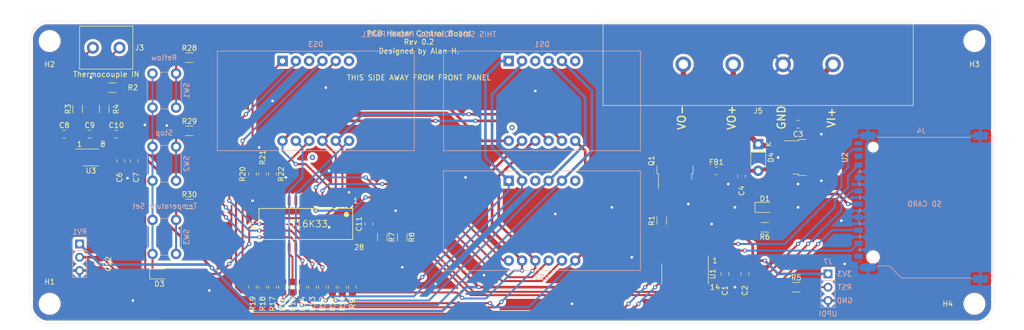
<source format=kicad_pcb>
(kicad_pcb (version 20171130) (host pcbnew "(5.1.9)-1")
  (layers (0 F.Cu signal) (31 B.Cu signal) (34 B.Paste user) (35 F.Paste user) (36 B.SilkS user) (37 F.SilkS user) (38 B.Mask user) (39 F.Mask user) (44 Edge.Cuts user))
  (net 0 "")
  (net 1 GND)
  (net 2 +3V3)
  (net 3 VCC)
  (net 4 "Net-(C4-Pad1)")
  (net 5 "Net-(C8-Pad2)")
  (net 6 "Net-(C10-Pad1)")
  (net 7 /TempCtrl)
  (net 8 "Net-(D1-Pad2)")
  (net 9 /COM1)
  (net 10 /COM2)
  (net 11 "Net-(D3-Pad1)")
  (net 12 /A)
  (net 13 /F)
  (net 14 /COM3)
  (net 15 /B)
  (net 16 /G)
  (net 17 /C)
  (net 18 /D)
  (net 19 /E)
  (net 20 /COM4)
  (net 21 /COM5)
  (net 22 /COM6)
  (net 23 /A2)
  (net 24 /F2)
  (net 25 /B2)
  (net 26 /G2)
  (net 27 /C2)
  (net 28 /D2)
  (net 29 /E2)
  (net 30 "Net-(J3-Pad2)")
  (net 31 "Net-(J3-Pad1)")
  (net 32 /SDDet)
  (net 33 /MISO)
  (net 34 /SCK)
  (net 35 /MOSI)
  (net 36 /SS)
  (net 37 "Net-(J7-Pad2)")
  (net 38 /A2Add)
  (net 39 /A1Add)
  (net 40 /A0Add)
  (net 41 "Net-(Q1-Pad1)")
  (net 42 /Gate)
  (net 43 /RESET)
  (net 44 /SDA)
  (net 45 /SCL)
  (net 46 /K1)
  (net 47 /K2)
  (net 48 /K3)
  (net 49 /K4)
  (net 50 /K5)
  (net 51 /K6)
  (net 52 /K7)
  (net 53 /K8)
  (net 54 /K9)
  (net 55 /K10)
  (net 56 /K11)
  (net 57 "Net-(R28-Pad1)")
  (net 58 "Net-(R29-Pad1)")
  (net 59 "Net-(R30-Pad1)")
  (net 60 /TOUT)
  (net 61 /H-)
  (module MountingHole:MountingHole_3.2mm_M3 (layer F.Cu) (at 229.87 49.53)
    (fp_text reference H3 (at 0 4.445) (layer F.SilkS))
    (fp_text value MountingHole_3.2mm_M3)
    (pad 1 np_thru_hole circle (at 0 0) (size 3.2 3.2) (drill 3.2) (layers *.Cu *.Mask))
  )
  (module MountingHole:MountingHole_3.2mm_M3 (layer F.Cu) (at 229.87 99.695)
    (fp_text reference H4 (at -5.08 0) (layer F.SilkS))
    (fp_text value MountingHole_3.2mm_M3)
    (pad 1 np_thru_hole circle (at 0 0) (size 3.2 3.2) (drill 3.2) (layers *.Cu *.Mask))
  )
  (module MountingHole:MountingHole_3.2mm_M3 (layer F.Cu) (at 53.34 99.695)
    (fp_text reference H1 (at 0 -4.2) (layer F.SilkS))
    (fp_text value MountingHole_3.2mm_M3)
    (pad 1 np_thru_hole circle (at 0 0) (size 3.2 3.2) (drill 3.2) (layers *.Cu *.Mask))
  )
  (module MountingHole:MountingHole_3.2mm_M3 (layer F.Cu) (at 53.34 49.53)
    (fp_text reference H2 (at 0 4.445) (layer F.SilkS))
    (fp_text value MountingHole_3.2mm_M3)
    (pad 1 np_thru_hole circle (at 0 0) (size 3.2 3.2) (drill 3.2) (layers *.Cu *.Mask))
  )
  (module Package_SO:SOIC-14_3.9x8.7mm_P1.27mm (layer F.Cu) (at 174.625 93.98 270)
    (fp_text reference U1 (at 0 -5.28 90) (layer F.SilkS))
    (fp_text value ATtiny1614-SS)
    (pad 14 smd roundrect (at 2.475 -3.81 270) (size 1.95 0.6) (layers F.Cu F.Paste F.Mask) (net 1 GND))
    (pad 13 smd roundrect (at 2.475 -2.54 270) (size 1.95 0.6) (layers F.Cu F.Paste F.Mask) (net 34 /SCK))
    (pad 12 smd roundrect (at 2.475 -1.27 270) (size 1.95 0.6) (layers F.Cu F.Paste F.Mask) (net 33 /MISO))
    (pad 11 smd roundrect (at 2.475 0 270) (size 1.95 0.6) (layers F.Cu F.Paste F.Mask) (net 35 /MOSI))
    (pad 10 smd roundrect (at 2.475 1.27 270) (size 1.95 0.6) (layers F.Cu F.Paste F.Mask) (net 43 /RESET))
    (pad 9 smd roundrect (at 2.475 2.54 270) (size 1.95 0.6) (layers F.Cu F.Paste F.Mask) (net 45 /SCL))
    (pad 8 smd roundrect (at 2.475 3.81 270) (size 1.95 0.6) (layers F.Cu F.Paste F.Mask) (net 44 /SDA))
    (pad 7 smd roundrect (at -2.475 3.81 270) (size 1.95 0.6) (layers F.Cu F.Paste F.Mask) (net 42 /Gate))
    (pad 6 smd roundrect (at -2.475 2.54 270) (size 1.95 0.6) (layers F.Cu F.Paste F.Mask))
    (pad 5 smd roundrect (at -2.475 1.27 270) (size 1.95 0.6) (layers F.Cu F.Paste F.Mask) (net 60 /TOUT))
    (pad 4 smd roundrect (at -2.475 0 270) (size 1.95 0.6) (layers F.Cu F.Paste F.Mask) (net 7 /TempCtrl))
    (pad 3 smd roundrect (at -2.475 -1.27 270) (size 1.95 0.6) (layers F.Cu F.Paste F.Mask) (net 32 /SDDet))
    (pad 2 smd roundrect (at -2.475 -2.54 270) (size 1.95 0.6) (layers F.Cu F.Paste F.Mask) (net 36 /SS))
    (pad 1 smd roundrect (at -2.475 -3.81 270) (size 1.95 0.6) (layers F.Cu F.Paste F.Mask) (net 2 +3V3))
  )
  (module "PCB Heater:BC56-12SRWA" (layer B.Cu) (at 104.14 60.96)
    (fp_text reference DS3 (at 0 -10.795) (layer B.SilkS) (effects (justify mirror)))
    (fp_text value BC56-12SRWA)
    (pad 12 thru_hole circle (at -6.35 7.62) (size 2 2) (drill 1) (layers *.Cu *.Mask) (net 14 /COM3))
    (pad 11 thru_hole circle (at -3.81 7.62) (size 2 2) (drill 1) (layers *.Cu *.Mask) (net 23 /A2))
    (pad 10 thru_hole circle (at -1.27 7.62) (size 2 2) (drill 1) (layers *.Cu *.Mask) (net 24 /F2))
    (pad 9 thru_hole circle (at 1.27 7.62) (size 2 2) (drill 1) (layers *.Cu *.Mask) (net 10 /COM2))
    (pad 8 thru_hole circle (at 3.81 7.62) (size 2 2) (drill 1) (layers *.Cu *.Mask) (net 9 /COM1))
    (pad 7 thru_hole circle (at 6.35 7.62) (size 2 2) (drill 1) (layers *.Cu *.Mask) (net 25 /B2))
    (pad 6 thru_hole circle (at 6.35 -7.62) (size 2 2) (drill 1) (layers *.Cu *.Mask))
    (pad 5 thru_hole circle (at 3.81 -7.62) (size 2 2) (drill 1) (layers *.Cu *.Mask) (net 26 /G2))
    (pad 4 thru_hole circle (at 1.27 -7.62) (size 2 2) (drill 1) (layers *.Cu *.Mask) (net 27 /C2))
    (pad 3 thru_hole circle (at -1.27 -7.62) (size 2 2) (drill 1) (layers *.Cu *.Mask))
    (pad 2 thru_hole circle (at -3.81 -7.62) (size 2 2) (drill 1) (layers *.Cu *.Mask) (net 28 /D2))
    (pad 1 thru_hole rect (at -6.35 -7.62) (size 2 2) (drill 1) (layers *.Cu *.Mask) (net 29 /E2))
  )
  (module Package_TO_SOT_SMD:TO-252-2 (layer F.Cu) (at 172.72 72.39 90)
    (fp_text reference Q1 (at 0 -4.5 90) (layer F.SilkS))
    (fp_text value IPD50N06S4L08)
    (pad 2 smd rect (at 2.1 0 90) (size 6.4 5.8) (layers F.Cu F.Mask) (net 61 /H-))
    (pad 3 smd rect (at -4.2 2.28 90) (size 2.2 1.2) (layers F.Cu F.Paste F.Mask) (net 1 GND))
    (pad 1 smd rect (at -4.2 -2.28 90) (size 2.2 1.2) (layers F.Cu F.Paste F.Mask) (net 41 "Net-(Q1-Pad1)"))
  )
  (module Diode_SMD:D_0805_2012Metric_Pad1.15x1.40mm_HandSolder (layer F.Cu) (at 74.295 93.98)
    (fp_text reference D3 (at 0 1.905) (layer F.SilkS))
    (fp_text value 1N4148)
    (pad 2 smd roundrect (at 1.025 0) (size 1.15 1.4) (layers F.Cu F.Paste F.Mask) (roundrect_rratio 0.2173904347826087) (net 10 /COM2))
    (pad 1 smd roundrect (at -1.025 0) (size 1.15 1.4) (layers F.Cu F.Paste F.Mask) (roundrect_rratio 0.2173904347826087) (net 11 "Net-(D3-Pad1)"))
  )
  (module Resistor_SMD:R_0805_2012Metric_Pad1.20x1.40mm_HandSolder (layer F.Cu) (at 95.885 74.93 270)
    (fp_text reference R22 (at 0 -1.65 270) (layer F.SilkS))
    (fp_text value 500R)
    (pad 2 smd roundrect (at 1 0 270) (size 1.2 1.4) (layers F.Cu F.Paste F.Mask) (roundrect_rratio 0.2083325) (net 56 /K11))
    (pad 1 smd roundrect (at -1 0 270) (size 1.2 1.4) (layers F.Cu F.Paste F.Mask) (roundrect_rratio 0.2083325) (net 26 /G2))
  )
  (module Resistor_SMD:R_0805_2012Metric_Pad1.20x1.40mm_HandSolder (layer F.Cu) (at 93.98 74.93 270)
    (fp_text reference R21 (at -3.175 0 270) (layer F.SilkS))
    (fp_text value 500R)
    (pad 2 smd roundrect (at 1 0 270) (size 1.2 1.4) (layers F.Cu F.Paste F.Mask) (roundrect_rratio 0.2083325) (net 55 /K10))
    (pad 1 smd roundrect (at -1 0 270) (size 1.2 1.4) (layers F.Cu F.Paste F.Mask) (roundrect_rratio 0.2083325) (net 24 /F2))
  )
  (module Resistor_SMD:R_0805_2012Metric_Pad1.20x1.40mm_HandSolder (layer F.Cu) (at 92.075 74.93 270)
    (fp_text reference R20 (at 0 1.905 270) (layer F.SilkS))
    (fp_text value 500R)
    (pad 2 smd roundrect (at 1 0 270) (size 1.2 1.4) (layers F.Cu F.Paste F.Mask) (roundrect_rratio 0.2083325) (net 54 /K9))
    (pad 1 smd roundrect (at -1 0 270) (size 1.2 1.4) (layers F.Cu F.Paste F.Mask) (roundrect_rratio 0.2083325) (net 29 /E2))
  )
  (module Resistor_SMD:R_0805_2012Metric_Pad1.20x1.40mm_HandSolder (layer F.Cu) (at 92.075 96.52 90)
    (fp_text reference R19 (at -3.175 0 270) (layer F.SilkS))
    (fp_text value 500R)
    (pad 2 smd roundrect (at 1 0 90) (size 1.2 1.4) (layers F.Cu F.Paste F.Mask) (roundrect_rratio 0.2083325) (net 53 /K8))
    (pad 1 smd roundrect (at -1 0 90) (size 1.2 1.4) (layers F.Cu F.Paste F.Mask) (roundrect_rratio 0.2083325) (net 28 /D2))
  )
  (module Resistor_SMD:R_0805_2012Metric_Pad1.20x1.40mm_HandSolder (layer F.Cu) (at 93.98 96.52 90)
    (fp_text reference R18 (at -3.175 0 270) (layer F.SilkS))
    (fp_text value 500R)
    (pad 2 smd roundrect (at 1 0 90) (size 1.2 1.4) (layers F.Cu F.Paste F.Mask) (roundrect_rratio 0.2083325) (net 52 /K7))
    (pad 1 smd roundrect (at -1 0 90) (size 1.2 1.4) (layers F.Cu F.Paste F.Mask) (roundrect_rratio 0.2083325) (net 27 /C2))
  )
  (module Resistor_SMD:R_0805_2012Metric_Pad1.20x1.40mm_HandSolder (layer F.Cu) (at 95.885 96.52 90)
    (fp_text reference R17 (at -3.175 0 270) (layer F.SilkS))
    (fp_text value 500R)
    (pad 2 smd roundrect (at 1 0 90) (size 1.2 1.4) (layers F.Cu F.Paste F.Mask) (roundrect_rratio 0.2083325) (net 51 /K6))
    (pad 1 smd roundrect (at -1 0 90) (size 1.2 1.4) (layers F.Cu F.Paste F.Mask) (roundrect_rratio 0.2083325) (net 25 /B2))
  )
  (module Resistor_SMD:R_0805_2012Metric_Pad1.20x1.40mm_HandSolder (layer F.Cu) (at 97.79 96.52 90)
    (fp_text reference R16 (at -3.175 0 270) (layer F.SilkS))
    (fp_text value 500R)
    (pad 2 smd roundrect (at 1 0 90) (size 1.2 1.4) (layers F.Cu F.Paste F.Mask) (roundrect_rratio 0.2083325) (net 50 /K5))
    (pad 1 smd roundrect (at -1 0 90) (size 1.2 1.4) (layers F.Cu F.Paste F.Mask) (roundrect_rratio 0.2083325) (net 23 /A2))
  )
  (module Resistor_SMD:R_0805_2012Metric_Pad1.20x1.40mm_HandSolder (layer F.Cu) (at 99.695 96.52 90)
    (fp_text reference R15 (at -3.175 0 270) (layer F.SilkS))
    (fp_text value 500R)
    (pad 2 smd roundrect (at 1 0 90) (size 1.2 1.4) (layers F.Cu F.Paste F.Mask) (roundrect_rratio 0.2083325) (net 49 /K4))
    (pad 1 smd roundrect (at -1 0 90) (size 1.2 1.4) (layers F.Cu F.Paste F.Mask) (roundrect_rratio 0.2083325) (net 16 /G))
  )
  (module Resistor_SMD:R_0805_2012Metric_Pad1.20x1.40mm_HandSolder (layer F.Cu) (at 101.6 96.52 90)
    (fp_text reference R14 (at -3.175 0 270) (layer F.SilkS))
    (fp_text value 500R)
    (pad 2 smd roundrect (at 1 0 90) (size 1.2 1.4) (layers F.Cu F.Paste F.Mask) (roundrect_rratio 0.2083325) (net 48 /K3))
    (pad 1 smd roundrect (at -1 0 90) (size 1.2 1.4) (layers F.Cu F.Paste F.Mask) (roundrect_rratio 0.2083325) (net 13 /F))
  )
  (module Resistor_SMD:R_0805_2012Metric_Pad1.20x1.40mm_HandSolder (layer F.Cu) (at 103.505 96.52 90)
    (fp_text reference R13 (at -3.175 0 270) (layer F.SilkS))
    (fp_text value 500R)
    (pad 2 smd roundrect (at 1 0 90) (size 1.2 1.4) (layers F.Cu F.Paste F.Mask) (roundrect_rratio 0.2083325) (net 47 /K2))
    (pad 1 smd roundrect (at -1 0 90) (size 1.2 1.4) (layers F.Cu F.Paste F.Mask) (roundrect_rratio 0.2083325) (net 19 /E))
  )
  (module Resistor_SMD:R_0805_2012Metric_Pad1.20x1.40mm_HandSolder (layer F.Cu) (at 105.41 96.52 90)
    (fp_text reference R12 (at -3.175 0 270) (layer F.SilkS))
    (fp_text value 500R)
    (pad 2 smd roundrect (at 1 0 90) (size 1.2 1.4) (layers F.Cu F.Paste F.Mask) (roundrect_rratio 0.2083325) (net 46 /K1))
    (pad 1 smd roundrect (at -1 0 90) (size 1.2 1.4) (layers F.Cu F.Paste F.Mask) (roundrect_rratio 0.2083325) (net 18 /D))
  )
  (module Resistor_SMD:R_0805_2012Metric_Pad1.20x1.40mm_HandSolder (layer F.Cu) (at 107.315 96.52 90)
    (fp_text reference R11 (at -3.175 0 270) (layer F.SilkS))
    (fp_text value 500R)
    (pad 2 smd roundrect (at 1 0 90) (size 1.2 1.4) (layers F.Cu F.Paste F.Mask) (roundrect_rratio 0.2083325) (net 40 /A0Add))
    (pad 1 smd roundrect (at -1 0 90) (size 1.2 1.4) (layers F.Cu F.Paste F.Mask) (roundrect_rratio 0.2083325) (net 17 /C))
  )
  (module Resistor_SMD:R_0805_2012Metric_Pad1.20x1.40mm_HandSolder (layer F.Cu) (at 109.22 96.52 90)
    (fp_text reference R10 (at -3.175 0 270) (layer F.SilkS))
    (fp_text value 500R)
    (pad 2 smd roundrect (at 1 0 90) (size 1.2 1.4) (layers F.Cu F.Paste F.Mask) (roundrect_rratio 0.2083325) (net 39 /A1Add))
    (pad 1 smd roundrect (at -1 0 90) (size 1.2 1.4) (layers F.Cu F.Paste F.Mask) (roundrect_rratio 0.2083325) (net 15 /B))
  )
  (module Resistor_SMD:R_0805_2012Metric_Pad1.20x1.40mm_HandSolder (layer F.Cu) (at 111.125 96.52 90)
    (fp_text reference R9 (at -3.175 0 270) (layer F.SilkS))
    (fp_text value 500R)
    (pad 2 smd roundrect (at 1 0 90) (size 1.2 1.4) (layers F.Cu F.Paste F.Mask) (roundrect_rratio 0.2083325) (net 38 /A2Add))
    (pad 1 smd roundrect (at -1 0 90) (size 1.2 1.4) (layers F.Cu F.Paste F.Mask) (roundrect_rratio 0.2083325) (net 12 /A))
  )
  (module "PCB Heater:Holtek-HT16K33-SOP28-0" (layer F.Cu) (at 102.235 84.455 270)
    (fp_text reference U4 (at 1.27 10.16 270) (layer F.SilkS) (effects (justify left)))
    (fp_text value HT16K33 (at 0 0) (layer F.SilkS) (effects (font (size 1.27 1.27))))
    (pad 28 smd roundrect (at 4.470493 -8.255 270) (size 2.002791 0.541585) (layers F.Cu F.Paste F.Mask) (roundrect_rratio 0.499997230351653) (net 2 +3V3))
    (pad 27 smd roundrect (at 4.470493 -6.985 270) (size 2.002791 0.541585) (layers F.Cu F.Paste F.Mask) (roundrect_rratio 0.499997230351653) (net 44 /SDA))
    (pad 26 smd roundrect (at 4.470493 -5.715 270) (size 2.002791 0.541585) (layers F.Cu F.Paste F.Mask) (roundrect_rratio 0.499997230351653) (net 45 /SCL))
    (pad 25 smd roundrect (at 4.470493 -4.445 270) (size 2.002791 0.541585) (layers F.Cu F.Paste F.Mask) (roundrect_rratio 0.499997230351653) (net 38 /A2Add))
    (pad 24 smd roundrect (at 4.470493 -3.175 270) (size 2.002791 0.541585) (layers F.Cu F.Paste F.Mask) (roundrect_rratio 0.499997230351653) (net 39 /A1Add))
    (pad 23 smd roundrect (at 4.470493 -1.905 270) (size 2.002791 0.541585) (layers F.Cu F.Paste F.Mask) (roundrect_rratio 0.499997230351653) (net 40 /A0Add))
    (pad 22 smd roundrect (at 4.470493 -0.635 270) (size 2.002791 0.541585) (layers F.Cu F.Paste F.Mask) (roundrect_rratio 0.499997230351653) (net 46 /K1))
    (pad 21 smd roundrect (at 4.470493 0.635001 270) (size 2.002791 0.541585) (layers F.Cu F.Paste F.Mask) (roundrect_rratio 0.499997230351653) (net 47 /K2))
    (pad 20 smd roundrect (at 4.470493 1.905001 270) (size 2.002791 0.541585) (layers F.Cu F.Paste F.Mask) (roundrect_rratio 0.499997230351653) (net 48 /K3))
    (pad 19 smd roundrect (at 4.470493 3.175001 270) (size 2.002791 0.541585) (layers F.Cu F.Paste F.Mask) (roundrect_rratio 0.499997230351653) (net 49 /K4))
    (pad 18 smd roundrect (at 4.470493 4.445001 270) (size 2.002791 0.541585) (layers F.Cu F.Paste F.Mask) (roundrect_rratio 0.499997230351653) (net 50 /K5))
    (pad 17 smd roundrect (at 4.470493 5.715001 270) (size 2.002791 0.541585) (layers F.Cu F.Paste F.Mask) (roundrect_rratio 0.499997230351653) (net 51 /K6))
    (pad 16 smd roundrect (at 4.470493 6.985001 270) (size 2.002791 0.541585) (layers F.Cu F.Paste F.Mask) (roundrect_rratio 0.499997230351653) (net 52 /K7))
    (pad 15 smd roundrect (at 4.470493 8.255 270) (size 2.002791 0.541585) (layers F.Cu F.Paste F.Mask) (roundrect_rratio 0.499997230351653) (net 53 /K8))
    (pad 14 smd roundrect (at -4.470492 8.255 270) (size 2.002791 0.541585) (layers F.Cu F.Paste F.Mask) (roundrect_rratio 0.499997230351653) (net 54 /K9))
    (pad 13 smd roundrect (at -4.470492 6.985001 270) (size 2.002791 0.541585) (layers F.Cu F.Paste F.Mask) (roundrect_rratio 0.499997230351653) (net 55 /K10))
    (pad 12 smd roundrect (at -4.470492 5.715001 270) (size 2.002791 0.541585) (layers F.Cu F.Paste F.Mask) (roundrect_rratio 0.499997230351653) (net 56 /K11))
    (pad 11 smd roundrect (at -4.470492 4.445001 270) (size 2.002791 0.541585) (layers F.Cu F.Paste F.Mask) (roundrect_rratio 0.499997230351653))
    (pad 10 smd roundrect (at -4.470492 3.175001 270) (size 2.002791 0.541585) (layers F.Cu F.Paste F.Mask) (roundrect_rratio 0.499997230351653))
    (pad 9 smd roundrect (at -4.470492 1.905001 270) (size 2.002791 0.541585) (layers F.Cu F.Paste F.Mask) (roundrect_rratio 0.499997230351653))
    (pad 8 smd roundrect (at -4.470492 0.635001 270) (size 2.002791 0.541585) (layers F.Cu F.Paste F.Mask) (roundrect_rratio 0.499997230351653))
    (pad 7 smd roundrect (at -4.470492 -0.635 270) (size 2.002791 0.541585) (layers F.Cu F.Paste F.Mask) (roundrect_rratio 0.499997230351653) (net 22 /COM6))
    (pad 6 smd roundrect (at -4.470492 -1.905 270) (size 2.002791 0.541585) (layers F.Cu F.Paste F.Mask) (roundrect_rratio 0.499997230351653) (net 21 /COM5))
    (pad 5 smd roundrect (at -4.470492 -3.175 270) (size 2.002791 0.541585) (layers F.Cu F.Paste F.Mask) (roundrect_rratio 0.499997230351653) (net 20 /COM4))
    (pad 4 smd roundrect (at -4.470492 -4.445 270) (size 2.002791 0.541585) (layers F.Cu F.Paste F.Mask) (roundrect_rratio 0.499997230351653) (net 14 /COM3))
    (pad 3 smd roundrect (at -4.470492 -5.715 270) (size 2.002791 0.541585) (layers F.Cu F.Paste F.Mask) (roundrect_rratio 0.499997230351653) (net 10 /COM2))
    (pad 2 smd roundrect (at -4.470492 -6.985 270) (size 2.002791 0.541585) (layers F.Cu F.Paste F.Mask) (roundrect_rratio 0.499997230351653) (net 9 /COM1))
    (pad 1 smd rect (at -4.470492 -8.255 270) (size 2.002791 0.541585) (layers F.Cu F.Paste F.Mask) (net 1 GND))
  )
  (module Package_SO:MSOP-8_3x3mm_P0.65mm (layer F.Cu) (at 61.214 71.755)
    (fp_text reference U3 (at 0 2.54) (layer F.SilkS))
    (fp_text value AD8497)
    (pad 8 smd roundrect (at 2.1125 -0.975) (size 1.625 0.4) (layers F.Cu F.Paste F.Mask) (net 6 "Net-(C10-Pad1)"))
    (pad 7 smd roundrect (at 2.1125 -0.325) (size 1.625 0.4) (layers F.Cu F.Paste F.Mask) (net 2 +3V3))
    (pad 6 smd roundrect (at 2.1125 0.325) (size 1.625 0.4) (layers F.Cu F.Paste F.Mask) (net 60 /TOUT))
    (pad 5 smd roundrect (at 2.1125 0.975) (size 1.625 0.4) (layers F.Cu F.Paste F.Mask) (net 60 /TOUT))
    (pad 4 smd roundrect (at -2.1125 0.975) (size 1.625 0.4) (layers F.Cu F.Paste F.Mask))
    (pad 3 smd roundrect (at -2.1125 0.325) (size 1.625 0.4) (layers F.Cu F.Paste F.Mask) (net 1 GND))
    (pad 2 smd roundrect (at -2.1125 -0.325) (size 1.625 0.4) (layers F.Cu F.Paste F.Mask) (net 1 GND))
    (pad 1 smd roundrect (at -2.1125 -0.975) (size 1.625 0.4) (layers F.Cu F.Paste F.Mask) (net 5 "Net-(C8-Pad2)"))
  )
  (module Package_TO_SOT_SMD:TO-252-3_TabPin2 (layer F.Cu) (at 198.755 71.755)
    (fp_text reference U2 (at 6.35 0 270) (layer F.SilkS))
    (fp_text value TPS7B8833QKVURQ1)
    (pad 2 smd rect (at 2.1 0) (size 6.4 5.8) (layers F.Cu F.Mask) (net 1 GND))
    (pad 3 smd rect (at -4.2 2.28) (size 2.2 1.2) (layers F.Cu F.Paste F.Mask) (net 4 "Net-(C4-Pad1)"))
    (pad 2 smd rect (at -4.2 0) (size 2.2 1.2) (layers F.Cu F.Paste F.Mask) (net 1 GND))
    (pad 1 smd rect (at -4.2 -2.28) (size 2.2 1.2) (layers F.Cu F.Paste F.Mask) (net 3 VCC))
  )
  (module Button_Switch_THT:SW_PUSH_6mm_H7.3mm (layer B.Cu) (at 77.47 90.17 90)
    (fp_text reference SW3 (at 3.25 2 90) (layer B.SilkS) (effects (justify mirror)))
    (fp_text value "Set temp mode")
    (pad 1 thru_hole circle (at 6.5 0) (size 2 2) (drill 1.1) (layers *.Cu *.Mask) (net 59 "Net-(R30-Pad1)"))
    (pad 2 thru_hole circle (at 6.5 -4.5) (size 2 2) (drill 1.1) (layers *.Cu *.Mask) (net 11 "Net-(D3-Pad1)"))
    (pad 1 thru_hole circle (at 0 0) (size 2 2) (drill 1.1) (layers *.Cu *.Mask) (net 59 "Net-(R30-Pad1)"))
    (pad 2 thru_hole circle (at 0 -4.5) (size 2 2) (drill 1.1) (layers *.Cu *.Mask) (net 11 "Net-(D3-Pad1)"))
  )
  (module Button_Switch_THT:SW_PUSH_6mm_H7.3mm (layer B.Cu) (at 77.47 76.2 90)
    (fp_text reference SW2 (at 3.25 2 90) (layer B.SilkS) (effects (justify mirror)))
    (fp_text value Stop)
    (pad 1 thru_hole circle (at 6.5 0) (size 2 2) (drill 1.1) (layers *.Cu *.Mask) (net 58 "Net-(R29-Pad1)"))
    (pad 2 thru_hole circle (at 6.5 -4.5) (size 2 2) (drill 1.1) (layers *.Cu *.Mask) (net 11 "Net-(D3-Pad1)"))
    (pad 1 thru_hole circle (at 0 0) (size 2 2) (drill 1.1) (layers *.Cu *.Mask) (net 58 "Net-(R29-Pad1)"))
    (pad 2 thru_hole circle (at 0 -4.5) (size 2 2) (drill 1.1) (layers *.Cu *.Mask) (net 11 "Net-(D3-Pad1)"))
  )
  (module Button_Switch_THT:SW_PUSH_6mm_H7.3mm (layer B.Cu) (at 77.47 62.23 90)
    (fp_text reference SW1 (at 3.25 2 90) (layer B.SilkS) (effects (justify mirror)))
    (fp_text value Reflow)
    (pad 1 thru_hole circle (at 6.5 0) (size 2 2) (drill 1.1) (layers *.Cu *.Mask) (net 57 "Net-(R28-Pad1)"))
    (pad 2 thru_hole circle (at 6.5 -4.5) (size 2 2) (drill 1.1) (layers *.Cu *.Mask) (net 11 "Net-(D3-Pad1)"))
    (pad 1 thru_hole circle (at 0 0) (size 2 2) (drill 1.1) (layers *.Cu *.Mask) (net 57 "Net-(R28-Pad1)"))
    (pad 2 thru_hole circle (at 0 -4.5) (size 2 2) (drill 1.1) (layers *.Cu *.Mask) (net 11 "Net-(D3-Pad1)"))
  )
  (module Connector_PinHeader_2.54mm:PinHeader_1x03_P2.54mm_Vertical (layer B.Cu) (at 59.055 88.265 180)
    (fp_text reference RV1 (at 0 2.33) (layer B.SilkS) (effects (justify mirror)))
    (fp_text value Tempset)
    (pad 3 thru_hole oval (at 0 -5.08 180) (size 1.7 1.7) (drill 1) (layers *.Cu *.Mask) (net 1 GND))
    (pad 2 thru_hole oval (at 0 -2.54 180) (size 1.7 1.7) (drill 1) (layers *.Cu *.Mask) (net 7 /TempCtrl))
    (pad 1 thru_hole rect (at 0 0 180) (size 1.7 1.7) (drill 1) (layers *.Cu *.Mask) (net 2 +3V3))
  )
  (module Resistor_SMD:R_1206_3216Metric_Pad1.30x1.75mm_HandSolder (layer F.Cu) (at 80.01 80.645)
    (fp_text reference R30 (at 0 -1.82) (layer F.SilkS))
    (fp_text value 39K)
    (pad 2 smd roundrect (at 1.55 0) (size 1.3 1.75) (layers F.Cu F.Paste F.Mask) (roundrect_rratio 0.1923069230769231) (net 48 /K3))
    (pad 1 smd roundrect (at -1.55 0) (size 1.3 1.75) (layers F.Cu F.Paste F.Mask) (roundrect_rratio 0.1923069230769231) (net 59 "Net-(R30-Pad1)"))
  )
  (module Resistor_SMD:R_1206_3216Metric_Pad1.30x1.75mm_HandSolder (layer F.Cu) (at 80.01 66.675)
    (fp_text reference R29 (at 0 -1.82) (layer F.SilkS))
    (fp_text value 39K)
    (pad 2 smd roundrect (at 1.55 0) (size 1.3 1.75) (layers F.Cu F.Paste F.Mask) (roundrect_rratio 0.1923069230769231) (net 47 /K2))
    (pad 1 smd roundrect (at -1.55 0) (size 1.3 1.75) (layers F.Cu F.Paste F.Mask) (roundrect_rratio 0.1923069230769231) (net 58 "Net-(R29-Pad1)"))
  )
  (module Resistor_SMD:R_1206_3216Metric_Pad1.30x1.75mm_HandSolder (layer F.Cu) (at 80.01 52.705)
    (fp_text reference R28 (at 0 -1.82) (layer F.SilkS))
    (fp_text value 39K)
    (pad 2 smd roundrect (at 1.55 0) (size 1.3 1.75) (layers F.Cu F.Paste F.Mask) (roundrect_rratio 0.1923069230769231) (net 46 /K1))
    (pad 1 smd roundrect (at -1.55 0) (size 1.3 1.75) (layers F.Cu F.Paste F.Mask) (roundrect_rratio 0.1923069230769231) (net 57 "Net-(R28-Pad1)"))
  )
  (module Resistor_SMD:R_1206_3216Metric_Pad1.30x1.75mm_HandSolder (layer F.Cu) (at 120.65 86.995 270)
    (fp_text reference R8 (at 0 -1.82 270) (layer F.SilkS))
    (fp_text value 4K7)
    (pad 2 smd roundrect (at 1.55 0 270) (size 1.3 1.75) (layers F.Cu F.Paste F.Mask) (roundrect_rratio 0.1923069230769231) (net 45 /SCL))
    (pad 1 smd roundrect (at -1.55 0 270) (size 1.3 1.75) (layers F.Cu F.Paste F.Mask) (roundrect_rratio 0.1923069230769231) (net 2 +3V3))
  )
  (module Resistor_SMD:R_1206_3216Metric_Pad1.30x1.75mm_HandSolder (layer F.Cu) (at 116.84 86.995 270)
    (fp_text reference R7 (at 0 -1.82 270) (layer F.SilkS))
    (fp_text value 4K7)
    (pad 2 smd roundrect (at 1.55 0 270) (size 1.3 1.75) (layers F.Cu F.Paste F.Mask) (roundrect_rratio 0.1923069230769231) (net 44 /SDA))
    (pad 1 smd roundrect (at -1.55 0 270) (size 1.3 1.75) (layers F.Cu F.Paste F.Mask) (roundrect_rratio 0.1923069230769231) (net 2 +3V3))
  )
  (module Resistor_SMD:R_1206_3216Metric_Pad1.30x1.75mm_HandSolder (layer F.Cu) (at 189.865 85.09 180)
    (fp_text reference R6 (at 0 -1.82) (layer F.SilkS))
    (fp_text value 1K)
    (pad 2 smd roundrect (at 1.55 0 180) (size 1.3 1.75) (layers F.Cu F.Paste F.Mask) (roundrect_rratio 0.1923069230769231) (net 2 +3V3))
    (pad 1 smd roundrect (at -1.55 0 180) (size 1.3 1.75) (layers F.Cu F.Paste F.Mask) (roundrect_rratio 0.1923069230769231) (net 8 "Net-(D1-Pad2)"))
  )
  (module Resistor_SMD:R_1206_3216Metric_Pad1.30x1.75mm_HandSolder (layer F.Cu) (at 195.86 96.52)
    (fp_text reference R5 (at 0 -1.82) (layer F.SilkS))
    (fp_text value 4K7)
    (pad 2 smd roundrect (at 1.55 0) (size 1.3 1.75) (layers F.Cu F.Paste F.Mask) (roundrect_rratio 0.1923069230769231) (net 37 "Net-(J7-Pad2)"))
    (pad 1 smd roundrect (at -1.55 0) (size 1.3 1.75) (layers F.Cu F.Paste F.Mask) (roundrect_rratio 0.1923069230769231) (net 43 /RESET))
  )
  (module Resistor_SMD:R_1206_3216Metric_Pad1.30x1.75mm_HandSolder (layer F.Cu) (at 63.754 62.51 90)
    (fp_text reference R4 (at 0 2.286 90) (layer F.SilkS))
    (fp_text value 100R)
    (pad 2 smd roundrect (at 1.55 0 90) (size 1.3 1.75) (layers F.Cu F.Paste F.Mask) (roundrect_rratio 0.1923069230769231) (net 31 "Net-(J3-Pad1)"))
    (pad 1 smd roundrect (at -1.55 0 90) (size 1.3 1.75) (layers F.Cu F.Paste F.Mask) (roundrect_rratio 0.1923069230769231) (net 6 "Net-(C10-Pad1)"))
  )
  (module Resistor_SMD:R_1206_3216Metric_Pad1.30x1.75mm_HandSolder (layer F.Cu) (at 58.674 62.51 90)
    (fp_text reference R3 (at 0 -1.82 90) (layer F.SilkS))
    (fp_text value 100R)
    (pad 2 smd roundrect (at 1.55 0 90) (size 1.3 1.75) (layers F.Cu F.Paste F.Mask) (roundrect_rratio 0.1923069230769231) (net 30 "Net-(J3-Pad2)"))
    (pad 1 smd roundrect (at -1.55 0 90) (size 1.3 1.75) (layers F.Cu F.Paste F.Mask) (roundrect_rratio 0.1923069230769231) (net 5 "Net-(C8-Pad2)"))
  )
  (module Resistor_SMD:R_1206_3216Metric_Pad1.30x1.75mm_HandSolder (layer F.Cu) (at 65.304 58.42)
    (fp_text reference R2 (at 3.911 0) (layer F.SilkS))
    (fp_text value 1M)
    (pad 2 smd roundrect (at 1.55 0) (size 1.3 1.75) (layers F.Cu F.Paste F.Mask) (roundrect_rratio 0.1923069230769231) (net 1 GND))
    (pad 1 smd roundrect (at -1.55 0) (size 1.3 1.75) (layers F.Cu F.Paste F.Mask) (roundrect_rratio 0.1923069230769231) (net 31 "Net-(J3-Pad1)"))
  )
  (module Resistor_SMD:R_1206_3216Metric_Pad1.30x1.75mm_HandSolder (layer F.Cu) (at 170.18 83.82 270)
    (fp_text reference R1 (at 0 1.905 90) (layer F.SilkS))
    (fp_text value 100R)
    (pad 2 smd roundrect (at 1.55 0 270) (size 1.3 1.75) (layers F.Cu F.Paste F.Mask) (roundrect_rratio 0.1923069230769231) (net 42 /Gate))
    (pad 1 smd roundrect (at -1.55 0 270) (size 1.3 1.75) (layers F.Cu F.Paste F.Mask) (roundrect_rratio 0.1923069230769231) (net 41 "Net-(Q1-Pad1)"))
  )
  (module Connector_PinHeader_2.54mm:PinHeader_1x03_P2.54mm_Vertical (layer B.Cu) (at 201.93 93.98 180)
    (fp_text reference J7 (at 0 2.33) (layer B.SilkS) (effects (justify mirror)))
    (fp_text value UPDI)
    (pad 3 thru_hole oval (at 0 -5.08 180) (size 1.7 1.7) (drill 1) (layers *.Cu *.Mask) (net 1 GND))
    (pad 2 thru_hole oval (at 0 -2.54 180) (size 1.7 1.7) (drill 1) (layers *.Cu *.Mask) (net 37 "Net-(J7-Pad2)"))
    (pad 1 thru_hole rect (at 0 0 180) (size 1.7 1.7) (drill 1) (layers *.Cu *.Mask) (net 2 +3V3))
  )
  (module Connectors:Molex-38711-2204 (layer F.Cu) (at 188.595 53.975)
    (fp_text reference J5 (at 0 8.89) (layer F.SilkS))
    (fp_text value PWR/Heat)
    (pad 4 thru_hole circle (at 14.295 0) (size 3 3) (drill 1.8) (layers *.Cu *.Mask) (net 3 VCC))
    (pad 3 thru_hole circle (at 4.765 0) (size 3 3) (drill 1.8) (layers *.Cu *.Mask) (net 1 GND))
    (pad 2 thru_hole circle (at -4.765 0) (size 3 3) (drill 1.8) (layers *.Cu *.Mask) (net 3 VCC))
    (pad 1 thru_hole circle (at -14.295 0) (size 3 3) (drill 1.8) (layers *.Cu *.Mask) (net 61 /H-))
  )
  (module Connector_Card:SD_TE_2041021 (layer B.Cu) (at 219.71 81.28 270)
    (fp_text reference J4 (at -14.605 0 180) (layer B.SilkS) (effects (justify mirror)))
    (fp_text value SD_Card)
    (pad 12 smd rect (at -13.65 10.175 270) (size 1.5 2.8) (layers B.Cu B.Paste B.Mask) (net 1 GND))
    (pad 12 smd rect (at -13.65 -11.325 270) (size 1.5 2.8) (layers B.Cu B.Paste B.Mask) (net 1 GND))
    (pad 12 smd rect (at 13.65 -11.325 270) (size 1.5 2.8) (layers B.Cu B.Paste B.Mask) (net 1 GND))
    (pad 12 smd rect (at 11.45 10.175 270) (size 1.5 2.8) (layers B.Cu B.Paste B.Mask) (net 1 GND))
    (pad "" np_thru_hole circle (at -11.5 9.175 270) (size 1.1 1.1) (drill 1.1) (layers *.Cu *.Mask))
    (pad "" np_thru_hole circle (at 9.5 9.175 270) (size 1.6 1.6) (drill 1.6) (layers *.Cu *.Mask))
    (pad 11 smd rect (at -12.255 11.975 270) (size 0.7 1.5) (layers B.Cu B.Paste B.Mask))
    (pad 10 smd rect (at -11.055 11.975 270) (size 0.7 1.5) (layers B.Cu B.Paste B.Mask) (net 32 /SDDet))
    (pad 9 smd rect (at 9.375 11.975 270) (size 1 1.5) (layers B.Cu B.Paste B.Mask))
    (pad 8 smd rect (at -9.755 11.975 270) (size 1 1.5) (layers B.Cu B.Paste B.Mask))
    (pad 7 smd rect (at -8.055 11.975 270) (size 1 1.5) (layers B.Cu B.Paste B.Mask) (net 33 /MISO))
    (pad 6 smd rect (at -5.625 11.975 270) (size 1 1.5) (layers B.Cu B.Paste B.Mask) (net 1 GND))
    (pad 5 smd rect (at -3.125 11.975 270) (size 1 1.5) (layers B.Cu B.Paste B.Mask) (net 34 /SCK))
    (pad 4 smd rect (at -0.625 11.975 270) (size 1 1.5) (layers B.Cu B.Paste B.Mask) (net 2 +3V3))
    (pad 3 smd rect (at 1.875 11.975 270) (size 1 1.5) (layers B.Cu B.Paste B.Mask) (net 1 GND))
    (pad 2 smd rect (at 4.375 11.975 270) (size 1 1.5) (layers B.Cu B.Paste B.Mask) (net 35 /MOSI))
    (pad 1 smd rect (at 6.875 11.975 270) (size 1 1.5) (layers B.Cu B.Paste B.Mask) (net 36 /SS))
  )
  (module Connectors:CUI-TB006-508-02BE (layer F.Cu) (at 64.135 50.8 180)
    (fp_text reference J3 (at -6.35 0) (layer F.SilkS))
    (fp_text value Thermocouple)
    (pad 2 thru_hole circle (at 2.54 0 180) (size 2.3 2.3) (drill 1.3) (layers *.Cu *.Mask) (net 30 "Net-(J3-Pad2)"))
    (pad 1 thru_hole circle (at -2.54 0 180) (size 2.3 2.3) (drill 1.3) (layers *.Cu *.Mask) (net 31 "Net-(J3-Pad1)"))
  )
  (module Resistor_SMD:R_0805_2012Metric_Pad1.20x1.40mm_HandSolder (layer F.Cu) (at 180.61 74.295)
    (fp_text reference FB1 (at 0 -1.65) (layer F.SilkS))
    (fp_text value Ferrite_Bead)
    (pad 2 smd roundrect (at 1 0) (size 1.2 1.4) (layers F.Cu F.Paste F.Mask) (roundrect_rratio 0.2083325) (net 4 "Net-(C4-Pad1)"))
    (pad 1 smd roundrect (at -1 0) (size 1.2 1.4) (layers F.Cu F.Paste F.Mask) (roundrect_rratio 0.2083325) (net 2 +3V3))
  )
  (module "PCB Heater:BC56-12SRWA" (layer B.Cu) (at 147.32 83.82)
    (fp_text reference DS2 (at 0 10.795) (layer B.SilkS) (effects (justify mirror)))
    (fp_text value BC56-12SRWA)
    (pad 12 thru_hole circle (at -6.35 7.62) (size 2 2) (drill 1) (layers *.Cu *.Mask) (net 20 /COM4))
    (pad 11 thru_hole circle (at -3.81 7.62) (size 2 2) (drill 1) (layers *.Cu *.Mask) (net 12 /A))
    (pad 10 thru_hole circle (at -1.27 7.62) (size 2 2) (drill 1) (layers *.Cu *.Mask) (net 13 /F))
    (pad 9 thru_hole circle (at 1.27 7.62) (size 2 2) (drill 1) (layers *.Cu *.Mask) (net 21 /COM5))
    (pad 8 thru_hole circle (at 3.81 7.62) (size 2 2) (drill 1) (layers *.Cu *.Mask) (net 22 /COM6))
    (pad 7 thru_hole circle (at 6.35 7.62) (size 2 2) (drill 1) (layers *.Cu *.Mask) (net 15 /B))
    (pad 6 thru_hole circle (at 6.35 -7.62) (size 2 2) (drill 1) (layers *.Cu *.Mask))
    (pad 5 thru_hole circle (at 3.81 -7.62) (size 2 2) (drill 1) (layers *.Cu *.Mask) (net 16 /G))
    (pad 4 thru_hole circle (at 1.27 -7.62) (size 2 2) (drill 1) (layers *.Cu *.Mask) (net 17 /C))
    (pad 3 thru_hole circle (at -1.27 -7.62) (size 2 2) (drill 1) (layers *.Cu *.Mask))
    (pad 2 thru_hole circle (at -3.81 -7.62) (size 2 2) (drill 1) (layers *.Cu *.Mask) (net 18 /D))
    (pad 1 thru_hole rect (at -6.35 -7.62) (size 2 2) (drill 1) (layers *.Cu *.Mask) (net 19 /E))
  )
  (module "PCB Heater:BC56-12SRWA" (layer B.Cu) (at 147.32 60.96)
    (fp_text reference DS1 (at 0 -10.795) (layer B.SilkS) (effects (justify mirror)))
    (fp_text value BC56-12SRWA)
    (pad 12 thru_hole circle (at -6.35 7.62) (size 2 2) (drill 1) (layers *.Cu *.Mask) (net 14 /COM3))
    (pad 11 thru_hole circle (at -3.81 7.62) (size 2 2) (drill 1) (layers *.Cu *.Mask) (net 12 /A))
    (pad 10 thru_hole circle (at -1.27 7.62) (size 2 2) (drill 1) (layers *.Cu *.Mask) (net 13 /F))
    (pad 9 thru_hole circle (at 1.27 7.62) (size 2 2) (drill 1) (layers *.Cu *.Mask) (net 10 /COM2))
    (pad 8 thru_hole circle (at 3.81 7.62) (size 2 2) (drill 1) (layers *.Cu *.Mask) (net 9 /COM1))
    (pad 7 thru_hole circle (at 6.35 7.62) (size 2 2) (drill 1) (layers *.Cu *.Mask) (net 15 /B))
    (pad 6 thru_hole circle (at 6.35 -7.62) (size 2 2) (drill 1) (layers *.Cu *.Mask))
    (pad 5 thru_hole circle (at 3.81 -7.62) (size 2 2) (drill 1) (layers *.Cu *.Mask) (net 16 /G))
    (pad 4 thru_hole circle (at 1.27 -7.62) (size 2 2) (drill 1) (layers *.Cu *.Mask) (net 17 /C))
    (pad 3 thru_hole circle (at -1.27 -7.62) (size 2 2) (drill 1) (layers *.Cu *.Mask))
    (pad 2 thru_hole circle (at -3.81 -7.62) (size 2 2) (drill 1) (layers *.Cu *.Mask) (net 18 /D))
    (pad 1 thru_hole rect (at -6.35 -7.62) (size 2 2) (drill 1) (layers *.Cu *.Mask) (net 19 /E))
  )
  (module Diode_THT:D_T-1_P5.08mm_Horizontal (layer F.Cu) (at 188.595 69.215 270)
    (fp_text reference D4 (at 2.54 -2.42 90) (layer F.SilkS))
    (fp_text value 1N5818)
    (fp_text user K (at 0 -2 90) (layer F.SilkS))
    (pad 2 thru_hole oval (at 5.08 0 270) (size 2 2) (drill 1) (layers *.Cu *.Mask) (net 4 "Net-(C4-Pad1)"))
    (pad 1 thru_hole rect (at 0 0 270) (size 2 2) (drill 1) (layers *.Cu *.Mask) (net 3 VCC))
  )
  (module LED_SMD:LED_0805_2012Metric_Pad1.15x1.40mm_HandSolder (layer F.Cu) (at 189.865 81.28)
    (fp_text reference D1 (at 0 -1.65) (layer F.SilkS))
    (fp_text value LED)
    (pad 2 smd roundrect (at 1.025 0) (size 1.15 1.4) (layers F.Cu F.Paste F.Mask) (roundrect_rratio 0.2173904347826087) (net 8 "Net-(D1-Pad2)"))
    (pad 1 smd roundrect (at -1.025 0) (size 1.15 1.4) (layers F.Cu F.Paste F.Mask) (roundrect_rratio 0.2173904347826087) (net 1 GND))
  )
  (module Capacitor_SMD:C_0805_2012Metric_Pad1.18x1.45mm_HandSolder (layer F.Cu) (at 62.865 92.075 270)
    (fp_text reference C12 (at 0 -1.68 90) (layer F.SilkS))
    (fp_text value 0.1uF)
    (pad 2 smd roundrect (at 1.0375 0 270) (size 1.175 1.45) (layers F.Cu F.Paste F.Mask) (roundrect_rratio 0.2127659574468085) (net 1 GND))
    (pad 1 smd roundrect (at -1.0375 0 270) (size 1.175 1.45) (layers F.Cu F.Paste F.Mask) (roundrect_rratio 0.2127659574468085) (net 7 /TempCtrl))
  )
  (module Capacitor_SMD:C_0805_2012Metric_Pad1.18x1.45mm_HandSolder (layer F.Cu) (at 114.3 84.455 90)
    (fp_text reference C11 (at 0 -1.905 270) (layer F.SilkS))
    (fp_text value 0.1uF)
    (pad 2 smd roundrect (at 1.0375 0 90) (size 1.175 1.45) (layers F.Cu F.Paste F.Mask) (roundrect_rratio 0.2127659574468085) (net 1 GND))
    (pad 1 smd roundrect (at -1.0375 0 90) (size 1.175 1.45) (layers F.Cu F.Paste F.Mask) (roundrect_rratio 0.2127659574468085) (net 2 +3V3))
  )
  (module Capacitor_SMD:C_0805_2012Metric_Pad1.18x1.45mm_HandSolder (layer F.Cu) (at 66.0615 67.31)
    (fp_text reference C10 (at 0 -1.68) (layer F.SilkS))
    (fp_text value 0.01uF)
    (pad 2 smd roundrect (at 1.0375 0) (size 1.175 1.45) (layers F.Cu F.Paste F.Mask) (roundrect_rratio 0.2127659574468085) (net 1 GND))
    (pad 1 smd roundrect (at -1.0375 0) (size 1.175 1.45) (layers F.Cu F.Paste F.Mask) (roundrect_rratio 0.2127659574468085) (net 6 "Net-(C10-Pad1)"))
  )
  (module Capacitor_SMD:C_0805_2012Metric_Pad1.18x1.45mm_HandSolder (layer F.Cu) (at 60.9815 67.31)
    (fp_text reference C9 (at 0 -1.68) (layer F.SilkS))
    (fp_text value 0.1uF)
    (pad 2 smd roundrect (at 1.0375 0) (size 1.175 1.45) (layers F.Cu F.Paste F.Mask) (roundrect_rratio 0.2127659574468085) (net 6 "Net-(C10-Pad1)"))
    (pad 1 smd roundrect (at -1.0375 0) (size 1.175 1.45) (layers F.Cu F.Paste F.Mask) (roundrect_rratio 0.2127659574468085) (net 5 "Net-(C8-Pad2)"))
  )
  (module Capacitor_SMD:C_0805_2012Metric_Pad1.18x1.45mm_HandSolder (layer F.Cu) (at 56.134 67.31)
    (fp_text reference C8 (at 0 -1.68) (layer F.SilkS))
    (fp_text value 0.01uF)
    (pad 2 smd roundrect (at 1.0375 0) (size 1.175 1.45) (layers F.Cu F.Paste F.Mask) (roundrect_rratio 0.2127659574468085) (net 5 "Net-(C8-Pad2)"))
    (pad 1 smd roundrect (at -1.0375 0) (size 1.175 1.45) (layers F.Cu F.Paste F.Mask) (roundrect_rratio 0.2127659574468085) (net 1 GND))
  )
  (module Capacitor_SMD:C_0805_2012Metric_Pad1.18x1.45mm_HandSolder (layer F.Cu) (at 69.469 72.39 270)
    (fp_text reference C7 (at 3.175 -0.381 90) (layer F.SilkS))
    (fp_text value 10uF)
    (pad 2 smd roundrect (at 1.0375 0 270) (size 1.175 1.45) (layers F.Cu F.Paste F.Mask) (roundrect_rratio 0.2127659574468085) (net 1 GND))
    (pad 1 smd roundrect (at -1.0375 0 270) (size 1.175 1.45) (layers F.Cu F.Paste F.Mask) (roundrect_rratio 0.2127659574468085) (net 2 +3V3))
  )
  (module Capacitor_SMD:C_0805_2012Metric_Pad1.18x1.45mm_HandSolder (layer F.Cu) (at 66.929 72.39 270)
    (fp_text reference C6 (at 3.175 0.254 90) (layer F.SilkS))
    (fp_text value 0.1uF)
    (pad 2 smd roundrect (at 1.0375 0 270) (size 1.175 1.45) (layers F.Cu F.Paste F.Mask) (roundrect_rratio 0.2127659574468085) (net 1 GND))
    (pad 1 smd roundrect (at -1.0375 0 270) (size 1.175 1.45) (layers F.Cu F.Paste F.Mask) (roundrect_rratio 0.2127659574468085) (net 2 +3V3))
  )
  (module Capacitor_SMD:C_0805_2012Metric_Pad1.18x1.45mm_HandSolder (layer F.Cu) (at 185.42 75.3325 270)
    (fp_text reference C4 (at 2.7725 0 90) (layer F.SilkS))
    (fp_text value 10uF)
    (pad 2 smd roundrect (at 1.0375 0 270) (size 1.175 1.45) (layers F.Cu F.Paste F.Mask) (roundrect_rratio 0.2127659574468085) (net 1 GND))
    (pad 1 smd roundrect (at -1.0375 0 270) (size 1.175 1.45) (layers F.Cu F.Paste F.Mask) (roundrect_rratio 0.2127659574468085) (net 4 "Net-(C4-Pad1)"))
  )
  (module Capacitor_SMD:C_0805_2012Metric_Pad1.18x1.45mm_HandSolder (layer F.Cu) (at 196.215 65.405)
    (fp_text reference C3 (at 0 1.905) (layer F.SilkS))
    (fp_text value 1uF)
    (pad 2 smd roundrect (at 1.0375 0) (size 1.175 1.45) (layers F.Cu F.Paste F.Mask) (roundrect_rratio 0.2127659574468085) (net 1 GND))
    (pad 1 smd roundrect (at -1.0375 0) (size 1.175 1.45) (layers F.Cu F.Paste F.Mask) (roundrect_rratio 0.2127659574468085) (net 3 VCC))
  )
  (module Capacitor_SMD:C_0805_2012Metric_Pad1.18x1.45mm_HandSolder (layer F.Cu) (at 186.055 93.98 270)
    (fp_text reference C2 (at 3.175 0 90) (layer F.SilkS))
    (fp_text value 10uF)
    (pad 2 smd roundrect (at 1.0375 0 270) (size 1.175 1.45) (layers F.Cu F.Paste F.Mask) (roundrect_rratio 0.2127659574468085) (net 1 GND))
    (pad 1 smd roundrect (at -1.0375 0 270) (size 1.175 1.45) (layers F.Cu F.Paste F.Mask) (roundrect_rratio 0.2127659574468085) (net 2 +3V3))
  )
  (module Capacitor_SMD:C_0805_2012Metric_Pad1.18x1.45mm_HandSolder (layer F.Cu) (at 182.245 93.98 270)
    (fp_text reference C1 (at 3.175 0 90) (layer F.SilkS))
    (fp_text value 0.1uF)
    (pad 2 smd roundrect (at 1.0375 0 270) (size 1.175 1.45) (layers F.Cu F.Paste F.Mask) (roundrect_rratio 0.2127659574468085) (net 1 GND))
    (pad 1 smd roundrect (at -1.0375 0 270) (size 1.175 1.45) (layers F.Cu F.Paste F.Mask) (roundrect_rratio 0.2127659574468085) (net 2 +3V3))
  )
  (gr_text 28 (at 112.395 88.9) (layer F.SilkS) (effects (font (size 1 1))))
  (gr_text 1 (at 111.76 80.01) (layer F.SilkS) (effects (font (size 1 1))))
  (gr_text 8 (at 63.5 69.215) (layer F.SilkS) (effects (font (size 1 1))))
  (gr_text 1 (at 59.055 69.215) (layer F.SilkS) (effects (font (size 1 1))))
  (gr_text 14 (at 180.34 96.52) (layer F.SilkS) (effects (font (size 1 1))))
  (gr_text 1 (at 180.34 91.44) (layer F.SilkS) (effects (font (size 1 1))))
  (gr_text "Temperature Set" (at 75.311 81.026) (layer B.SilkS) (effects (font (size 1 1)) (justify mirror)))
  (gr_text Stop (at 75.184 67.056) (layer B.SilkS) (effects (font (size 1 1)) (justify mirror)))
  (gr_text Reflow (at 75.184 52.705) (layer B.SilkS) (effects (font (size 1 1)) (justify mirror)))
  (gr_text "THIS SIDE TOWARDS FRONT PANEL" (at 125.73 48.26) (layer B.SilkS) (effects (font (size 1 1)) (justify mirror)))
  (gr_text "THIS SIDE AWAY FROM FRONT PANEL" (at 123.825 56.515) (layer F.SilkS) (effects (font (size 1 1))))
  (gr_text "Designed by Alan H." (at 123.825 51.435) (layer F.SilkS) (effects (font (size 1 1))))
  (gr_text "PCB Heater Control Board\nRev 0.2" (at 123.825 48.895) (layer F.SilkS) (effects (font (size 1 1))))
  (gr_text 3V3 (at 205.105 93.98) (layer B.SilkS) (effects (font (size 1 1)) (justify mirror)))
  (gr_text RST (at 205.105 96.52) (layer B.SilkS) (effects (font (size 1 1)) (justify mirror)))
  (gr_text GND (at 205.105 99.06) (layer B.SilkS) (effects (font (size 1 1)) (justify mirror)))
  (gr_text UPDI (at 201.93 101.6) (layer B.SilkS) (effects (font (size 1 1)) (justify mirror)))
  (gr_text "Thermocouple IN" (at 64.135 55.88) (layer F.SilkS) (effects (font (size 1 1))))
  (gr_text VO- (at 173.99 64.135 90) (layer F.SilkS) (effects (font (size 1.5 1.5) (thickness 0.25))))
  (gr_text VO+ (at 183.515 64.135 90) (layer F.SilkS) (effects (font (size 1.5 1.5) (thickness 0.25))))
  (gr_text GND (at 193.04 64.135 90) (layer F.SilkS) (effects (font (size 1.5 1.5) (thickness 0.25))))
  (gr_text VI+ (at 202.565 64.135 90) (layer F.SilkS) (effects (font (size 1.5 1.5) (thickness 0.25))))
  (gr_text "SD CARD" (at 220.345 80.645) (layer B.SilkS) (effects (font (size 1 1)) (justify mirror)))
  (gr_arc (start 53.34 99.695) (end 49.53 99.695) (angle -90) (layer Edge.Cuts) (width 0.05))
  (gr_line (start 49.53 49.53) (end 49.53 99.695) (layer Edge.Cuts) (width 0.05))
  (gr_arc (start 53.34 49.53) (end 53.34 45.72) (angle -90) (layer Edge.Cuts) (width 0.05))
  (gr_line (start 229.87 103.505) (end 53.34 103.505) (layer Edge.Cuts) (width 0.05))
  (gr_arc (start 229.87 99.695) (end 229.87 103.505) (angle -90) (layer Edge.Cuts) (width 0.05))
  (gr_line (start 233.68 49.53) (end 233.68 99.695) (layer Edge.Cuts) (width 0.05))
  (gr_arc (start 229.87 49.53) (end 233.68 49.53) (angle -90) (layer Edge.Cuts) (width 0.05))
  (gr_line (start 229.87 45.72) (end 53.34 45.72) (layer Edge.Cuts) (width 0.05))
  (via (at 141.605 66.04) (size 1) (drill 0.5) (layers F.Cu B.Cu) (net 0))
  (via (at 103.505 71.755) (size 1) (drill 0.5) (layers F.Cu B.Cu) (net 0))
  (segment (start 194.555 71.755) (end 200.855 71.755) (width 1.016) (layer F.Cu) (net 1))
  (segment (start 59.1015 71.43) (end 59.1015 72.08) (width 0.381) (layer F.Cu) (net 1))
  (segment (start 111.454508 79.984508) (end 110.49 79.984508) (width 0.508) (layer F.Cu) (net 1))
  (segment (start 114.3 82.83) (end 111.454508 79.984508) (width 0.508) (layer F.Cu) (net 1))
  (segment (start 114.3 83.4175) (end 114.3 82.83) (width 0.508) (layer F.Cu) (net 1))
  (segment (start 59.957688 72.08) (end 59.1015 72.08) (width 0.381) (layer F.Cu) (net 1))
  (segment (start 61.305188 73.4275) (end 59.957688 72.08) (width 0.381) (layer F.Cu) (net 1))
  (segment (start 69.469 73.4275) (end 61.305188 73.4275) (width 0.381) (layer F.Cu) (net 1))
  (segment (start 62.6325 93.345) (end 62.865 93.1125) (width 0.508) (layer F.Cu) (net 1))
  (segment (start 59.055 93.345) (end 62.6325 93.345) (width 0.508) (layer F.Cu) (net 1))
  (via (at 179.705 84.455) (size 1) (drill 0.5) (layers F.Cu B.Cu) (net 1))
  (via (at 184.15 81.28) (size 1) (drill 0.5) (layers F.Cu B.Cu) (net 1))
  (via (at 175.26 80.645) (size 1) (drill 0.5) (layers F.Cu B.Cu) (net 1))
  (via (at 149.86 82.55) (size 1) (drill 0.5) (layers F.Cu B.Cu) (net 1))
  (via (at 160.655 81.28) (size 1) (drill 0.5) (layers F.Cu B.Cu) (net 1))
  (via (at 164.465 90.805) (size 1) (drill 0.5) (layers F.Cu B.Cu) (net 1))
  (via (at 153.035 99.695) (size 1) (drill 0.5) (layers F.Cu B.Cu) (net 1))
  (via (at 132.715 75.565) (size 1) (drill 0.5) (layers F.Cu B.Cu) (net 1))
  (via (at 146.05 59.055) (size 1) (drill 0.5) (layers F.Cu B.Cu) (net 1))
  (via (at 98.425 75.565) (size 1) (drill 0.5) (layers F.Cu B.Cu) (net 1))
  (via (at 106.68 74.295) (size 1) (drill 0.5) (layers F.Cu B.Cu) (net 1))
  (via (at 93.345 69.85) (size 1) (drill 0.5) (layers F.Cu B.Cu) (net 1))
  (via (at 95.885 60.96) (size 1) (drill 0.5) (layers F.Cu B.Cu) (net 1))
  (via (at 106.045 58.42) (size 1) (drill 0.5) (layers F.Cu B.Cu) (net 1))
  (via (at 92.075 80.01) (size 1) (drill 0.5) (layers F.Cu B.Cu) (net 1))
  (via (at 106.68 85.09) (size 1) (drill 0.5) (layers F.Cu B.Cu) (net 1))
  (via (at 119.38 81.915) (size 1) (drill 0.5) (layers F.Cu B.Cu) (net 1))
  (via (at 127 95.885) (size 1) (drill 0.5) (layers F.Cu B.Cu) (net 1))
  (via (at 120.65 92.71) (size 1) (drill 0.5) (layers F.Cu B.Cu) (net 1))
  (via (at 83.82 97.155) (size 1) (drill 0.5) (layers F.Cu B.Cu) (net 1))
  (via (at 69.215 99.06) (size 1) (drill 0.5) (layers F.Cu B.Cu) (net 1))
  (via (at 61.214 56.515) (size 1) (drill 0.5) (layers F.Cu B.Cu) (net 1))
  (via (at 204.47 83.82) (size 1) (drill 0.5) (layers F.Cu B.Cu) (net 1))
  (via (at 205.105 92.075) (size 1) (drill 0.5) (layers F.Cu B.Cu) (net 1))
  (via (at 196.215 81.28) (size 1) (drill 0.5) (layers F.Cu B.Cu) (net 1))
  (via (at 136.271 94.234) (size 1) (drill 0.5) (layers F.Cu B.Cu) (net 1))
  (via (at 68.199 75.692) (size 1) (drill 0.5) (layers F.Cu B.Cu) (net 1))
  (via (at 71.501 65.532) (size 1) (drill 0.5) (layers F.Cu B.Cu) (net 1))
  (via (at 75.692 65.659) (size 1) (drill 0.5) (layers F.Cu B.Cu) (net 1))
  (via (at 184.15 96.52) (size 1) (drill 0.5) (layers F.Cu B.Cu) (net 1))
  (via (at 196.215 76.835) (size 1) (drill 0.5) (layers F.Cu B.Cu) (net 1))
  (via (at 182.88 76.835) (size 1) (drill 0.5) (layers F.Cu B.Cu) (net 1))
  (via (at 200.66 67.31) (size 1) (drill 0.5) (layers F.Cu B.Cu) (net 1))
  (via (at 200.66 76.2) (size 1) (drill 0.5) (layers F.Cu B.Cu) (net 1))
  (via (at 192.405 71.755) (size 1) (drill 0.5) (layers F.Cu B.Cu) (net 1))
  (segment (start 66.8515 71.43) (end 66.929 71.3525) (width 0.381) (layer F.Cu) (net 2))
  (segment (start 63.3265 71.43) (end 66.8515 71.43) (width 0.381) (layer F.Cu) (net 2))
  (segment (start 66.929 71.3525) (end 69.469 71.3525) (width 0.381) (layer F.Cu) (net 2))
  (segment (start 114.3 86.36) (end 114.3 85.4925) (width 0.508) (layer F.Cu) (net 2))
  (segment (start 111.734507 88.925493) (end 114.3 86.36) (width 0.508) (layer F.Cu) (net 2))
  (segment (start 110.49 88.925493) (end 111.734507 88.925493) (width 0.508) (layer F.Cu) (net 2))
  (segment (start 116.84 85.445) (end 120.65 85.445) (width 0.508) (layer F.Cu) (net 2))
  (segment (start 116.7925 85.4925) (end 116.84 85.445) (width 0.381) (layer F.Cu) (net 2))
  (segment (start 114.3 85.4925) (end 116.7925 85.4925) (width 0.508) (layer F.Cu) (net 2))
  (segment (start 179.61 74.295) (end 179.61 80.55) (width 0.508) (layer F.Cu) (net 2))
  (segment (start 179.8725 92.9425) (end 178.435 91.505) (width 0.508) (layer F.Cu) (net 2))
  (segment (start 186.055 92.9425) (end 179.8725 92.9425) (width 0.508) (layer F.Cu) (net 2))
  (segment (start 188.315 85.09) (end 184.15 85.09) (width 0.508) (layer F.Cu) (net 2))
  (segment (start 179.61 80.55) (end 184.15 85.09) (width 0.508) (layer F.Cu) (net 2))
  (segment (start 154.949511 96.510489) (end 167.64 83.82) (width 0.508) (layer F.Cu) (net 2))
  (segment (start 135.245489 96.510489) (end 154.949511 96.510489) (width 0.508) (layer F.Cu) (net 2))
  (segment (start 120.65 85.445) (end 124.18 85.445) (width 0.508) (layer F.Cu) (net 2))
  (segment (start 124.18 85.445) (end 135.245489 96.510489) (width 0.508) (layer F.Cu) (net 2))
  (segment (start 167.64 83.82) (end 176.34 83.82) (width 0.508) (layer F.Cu) (net 2))
  (segment (start 176.34 83.82) (end 179.61 80.55) (width 0.508) (layer F.Cu) (net 2))
  (segment (start 184.15 85.09) (end 187.544001 88.484001) (width 0.508) (layer F.Cu) (net 2))
  (segment (start 187.544001 91.453499) (end 186.055 92.9425) (width 0.508) (layer F.Cu) (net 2))
  (segment (start 187.544001 88.484001) (end 187.544001 91.453499) (width 0.508) (layer F.Cu) (net 2))
  (segment (start 201.93 93.98) (end 192.405 93.98) (width 0.508) (layer B.Cu) (net 2))
  (segment (start 192.405 93.98) (end 189.865 91.44) (width 0.508) (layer B.Cu) (net 2))
  (segment (start 189.865 91.44) (end 189.865 91.44) (width 0.508) (layer B.Cu) (net 2))
  (via (at 189.865 91.44) (size 0.8) (drill 0.4) (layers F.Cu B.Cu) (net 2))
  (segment (start 189.851501 91.453499) (end 189.865 91.44) (width 0.508) (layer F.Cu) (net 2))
  (segment (start 187.544001 91.453499) (end 189.851501 91.453499) (width 0.508) (layer F.Cu) (net 2))
  (via (at 205.740004 80.645) (size 0.8) (drill 0.4) (layers F.Cu B.Cu) (net 2))
  (segment (start 207.645 80.645) (end 205.740004 80.645) (width 0.508) (layer B.Cu) (net 2))
  (segment (start 179.61 80.55) (end 181.42 78.74) (width 0.508) (layer F.Cu) (net 2))
  (segment (start 181.42 78.74) (end 203.835004 78.74) (width 0.508) (layer F.Cu) (net 2))
  (segment (start 203.835004 78.74) (end 205.740004 80.645) (width 0.508) (layer F.Cu) (net 2))
  (segment (start 135.245489 96.510489) (end 135.245489 96.510489) (width 0.508) (layer F.Cu) (net 2))
  (via (at 135.245489 96.510489) (size 0.8) (drill 0.4) (layers F.Cu B.Cu) (net 2))
  (via (at 84.328 92.836994) (size 0.8) (drill 0.4) (layers F.Cu B.Cu) (net 2))
  (segment (start 74.93 83.438994) (end 84.328 92.836994) (width 0.508) (layer F.Cu) (net 2))
  (segment (start 135.245489 96.510489) (end 132.857593 96.510489) (width 0.508) (layer B.Cu) (net 2))
  (segment (start 132.857593 96.510489) (end 128.311081 101.057001) (width 0.508) (layer B.Cu) (net 2))
  (segment (start 128.311081 101.057001) (end 92.548007 101.057001) (width 0.508) (layer B.Cu) (net 2))
  (segment (start 92.548007 101.057001) (end 84.328 92.836994) (width 0.508) (layer B.Cu) (net 2))
  (segment (start 71.0985 71.3525) (end 74.93 75.184) (width 0.508) (layer F.Cu) (net 2))
  (segment (start 74.93 75.184) (end 74.93 83.438994) (width 0.508) (layer F.Cu) (net 2))
  (segment (start 62.992 92.202) (end 59.055 88.265) (width 0.508) (layer B.Cu) (net 2))
  (segment (start 83.693006 92.202) (end 62.992 92.202) (width 0.508) (layer B.Cu) (net 2))
  (segment (start 84.328 92.836994) (end 83.693006 92.202) (width 0.508) (layer B.Cu) (net 2))
  (segment (start 71.0985 71.3525) (end 69.469 71.3525) (width 0.508) (layer F.Cu) (net 2))
  (segment (start 188.855 69.475) (end 188.595 69.215) (width 1.016) (layer F.Cu) (net 3))
  (segment (start 194.555 69.475) (end 188.855 69.475) (width 1.016) (layer F.Cu) (net 3))
  (segment (start 195.1775 68.8525) (end 194.555 69.475) (width 1.016) (layer F.Cu) (net 3))
  (segment (start 195.1775 65.405) (end 195.1775 68.8525) (width 1.016) (layer F.Cu) (net 3))
  (segment (start 195.27 65.3125) (end 195.1775 65.405) (width 1.016) (layer F.Cu) (net 3))
  (segment (start 183.83 53.975) (end 183.83 64.45) (width 1.016) (layer F.Cu) (net 3))
  (segment (start 183.83 64.45) (end 188.595 69.215) (width 1.016) (layer F.Cu) (net 3))
  (segment (start 195.1775 61.6875) (end 202.89 53.975) (width 1.016) (layer F.Cu) (net 3))
  (segment (start 195.1775 65.405) (end 195.1775 61.6875) (width 1.016) (layer F.Cu) (net 3))
  (segment (start 188.855 74.035) (end 188.595 74.295) (width 0.762) (layer F.Cu) (net 4))
  (segment (start 194.555 74.035) (end 188.855 74.035) (width 0.762) (layer F.Cu) (net 4))
  (segment (start 188.595 74.295) (end 181.61 74.295) (width 0.762) (layer F.Cu) (net 4))
  (segment (start 58.674 70.3525) (end 59.1015 70.78) (width 0.381) (layer F.Cu) (net 5))
  (segment (start 59.944 67.31) (end 58.674 67.31) (width 0.381) (layer F.Cu) (net 5))
  (segment (start 58.674 67.31) (end 58.674 70.3525) (width 0.381) (layer F.Cu) (net 5))
  (segment (start 58.674 64.06) (end 58.674 67.31) (width 0.381) (layer F.Cu) (net 5))
  (segment (start 57.1715 67.31) (end 58.674 67.31) (width 0.381) (layer F.Cu) (net 5))
  (segment (start 63.754 70.3525) (end 63.3265 70.78) (width 0.381) (layer F.Cu) (net 6))
  (segment (start 65.024 67.31) (end 63.754 67.31) (width 0.381) (layer F.Cu) (net 6))
  (segment (start 63.754 67.31) (end 63.754 70.3525) (width 0.381) (layer F.Cu) (net 6))
  (segment (start 63.754 64.06) (end 63.754 67.31) (width 0.381) (layer F.Cu) (net 6))
  (segment (start 62.019 67.31) (end 63.754 67.31) (width 0.381) (layer F.Cu) (net 6))
  (segment (start 62.6325 90.805) (end 62.865 91.0375) (width 0.508) (layer F.Cu) (net 7))
  (segment (start 59.055 90.805) (end 62.6325 90.805) (width 0.508) (layer F.Cu) (net 7))
  (segment (start 165.735 99.695) (end 165.735 99.695) (width 0.381) (layer F.Cu) (net 7))
  (via (at 165.735 99.695) (size 0.8) (drill 0.4) (layers F.Cu B.Cu) (net 7))
  (segment (start 165.735 99.695) (end 168.91 96.52) (width 0.381) (layer B.Cu) (net 7))
  (segment (start 168.91 96.52) (end 168.91 96.52) (width 0.381) (layer B.Cu) (net 7))
  (via (at 168.91 96.52) (size 0.8) (drill 0.4) (layers F.Cu B.Cu) (net 7))
  (segment (start 174.625 92.48) (end 174.625 91.505) (width 0.381) (layer F.Cu) (net 7))
  (segment (start 172.49 94.615) (end 174.625 92.48) (width 0.381) (layer F.Cu) (net 7))
  (segment (start 170.815 94.615) (end 172.49 94.615) (width 0.381) (layer F.Cu) (net 7))
  (segment (start 168.91 96.52) (end 170.815 94.615) (width 0.381) (layer F.Cu) (net 7))
  (segment (start 163.068 102.362) (end 165.735 99.695) (width 0.381) (layer F.Cu) (net 7))
  (segment (start 74.9145 102.362) (end 163.068 102.362) (width 0.381) (layer F.Cu) (net 7))
  (segment (start 63.59 91.0375) (end 74.9145 102.362) (width 0.381) (layer F.Cu) (net 7))
  (segment (start 62.865 91.0375) (end 63.59 91.0375) (width 0.381) (layer F.Cu) (net 7))
  (segment (start 191.415 81.805) (end 190.89 81.28) (width 0.508) (layer F.Cu) (net 8))
  (segment (start 191.415 85.09) (end 191.415 81.805) (width 0.508) (layer F.Cu) (net 8))
  (segment (start 109.22 79.984508) (end 109.22 78.74) (width 0.381) (layer F.Cu) (net 9))
  (segment (start 151.13 68.58) (end 146.05 63.5) (width 0.508) (layer F.Cu) (net 9))
  (segment (start 146.05 63.5) (end 133.35 63.5) (width 0.508) (layer F.Cu) (net 9))
  (segment (start 133.35 63.5) (end 133.35 63.5) (width 0.508) (layer F.Cu) (net 9))
  (via (at 133.35 63.5) (size 0.8) (drill 0.4) (layers F.Cu B.Cu) (net 9))
  (segment (start 108.047019 68.58) (end 107.95 68.58) (width 0.508) (layer B.Cu) (net 9))
  (segment (start 113.127019 63.5) (end 108.047019 68.58) (width 0.508) (layer B.Cu) (net 9))
  (segment (start 133.35 63.5) (end 113.127019 63.5) (width 0.508) (layer B.Cu) (net 9))
  (segment (start 109.22 69.85) (end 109.22 79.984508) (width 0.381) (layer F.Cu) (net 9))
  (segment (start 107.95 68.58) (end 109.22 69.85) (width 0.381) (layer F.Cu) (net 9))
  (segment (start 105.41 68.58) (end 107.95 66.04) (width 0.508) (layer F.Cu) (net 10))
  (segment (start 107.95 66.04) (end 109.22 64.77) (width 0.508) (layer F.Cu) (net 10))
  (segment (start 109.22 64.77) (end 127 64.77) (width 0.508) (layer F.Cu) (net 10))
  (segment (start 127 64.77) (end 127 64.77) (width 0.508) (layer F.Cu) (net 10))
  (via (at 127 64.77) (size 0.8) (drill 0.4) (layers F.Cu B.Cu) (net 10))
  (segment (start 127 64.77) (end 134.62 64.77) (width 0.508) (layer B.Cu) (net 10))
  (segment (start 134.62 64.77) (end 134.62 64.77) (width 0.508) (layer B.Cu) (net 10))
  (via (at 134.62 64.77) (size 0.8) (drill 0.4) (layers F.Cu B.Cu) (net 10))
  (segment (start 144.78 64.77) (end 134.62 64.77) (width 0.508) (layer F.Cu) (net 10))
  (segment (start 148.59 68.58) (end 144.78 64.77) (width 0.508) (layer F.Cu) (net 10))
  (segment (start 107.95 71.12) (end 105.41 68.58) (width 0.381) (layer F.Cu) (net 10))
  (segment (start 107.95 79.984508) (end 107.95 71.12) (width 0.381) (layer F.Cu) (net 10))
  (segment (start 93.289557 83.340501) (end 91.44 85.190058) (width 0.381) (layer F.Cu) (net 10))
  (segment (start 105.595402 83.340501) (end 93.289557 83.340501) (width 0.381) (layer F.Cu) (net 10))
  (segment (start 107.95 80.985903) (end 105.595402 83.340501) (width 0.381) (layer F.Cu) (net 10))
  (segment (start 107.95 79.984508) (end 107.95 80.985903) (width 0.381) (layer F.Cu) (net 10))
  (segment (start 91.44 85.190058) (end 91.44 88.265) (width 0.381) (layer F.Cu) (net 10))
  (segment (start 91.44 88.265) (end 91.44 88.265) (width 0.381) (layer F.Cu) (net 10))
  (via (at 91.44 88.265) (size 0.8) (drill 0.4) (layers F.Cu B.Cu) (net 10))
  (segment (start 91.44 88.265) (end 87.63 92.075) (width 0.381) (layer B.Cu) (net 10))
  (segment (start 87.63 92.075) (end 87.63 92.075) (width 0.381) (layer B.Cu) (net 10))
  (via (at 87.63 92.075) (size 0.8) (drill 0.4) (layers F.Cu B.Cu) (net 10))
  (segment (start 85.725 93.98) (end 87.63 92.075) (width 0.381) (layer F.Cu) (net 10))
  (segment (start 75.32 93.98) (end 85.725 93.98) (width 0.381) (layer F.Cu) (net 10))
  (segment (start 72.97 90.17) (end 72.97 55.73) (width 0.381) (layer B.Cu) (net 11))
  (segment (start 72.97 93.68) (end 73.27 93.98) (width 0.381) (layer F.Cu) (net 11))
  (segment (start 72.97 90.17) (end 72.97 93.68) (width 0.381) (layer F.Cu) (net 11))
  (segment (start 137.795 74.295) (end 143.51 68.58) (width 0.508) (layer F.Cu) (net 12))
  (segment (start 137.795 85.725) (end 137.795 74.295) (width 0.508) (layer F.Cu) (net 12))
  (segment (start 143.51 91.44) (end 137.795 85.725) (width 0.508) (layer F.Cu) (net 12))
  (via (at 143.510008 93.345) (size 0.8) (drill 0.4) (layers F.Cu B.Cu) (net 12))
  (segment (start 143.51 93.344992) (end 143.510008 93.345) (width 0.381) (layer F.Cu) (net 12))
  (segment (start 143.51 91.44) (end 143.51 93.344992) (width 0.381) (layer F.Cu) (net 12))
  (segment (start 131.047996 97.52) (end 132.08 98.552004) (width 0.381) (layer F.Cu) (net 12))
  (via (at 132.08 98.552004) (size 0.8) (drill 0.4) (layers F.Cu B.Cu) (net 12))
  (segment (start 111.125 97.52) (end 131.047996 97.52) (width 0.381) (layer F.Cu) (net 12))
  (segment (start 132.206996 98.679) (end 132.08 98.552004) (width 0.381) (layer B.Cu) (net 12))
  (segment (start 141.959056 93.345) (end 136.625056 98.679) (width 0.381) (layer B.Cu) (net 12))
  (segment (start 136.625056 98.679) (end 132.206996 98.679) (width 0.381) (layer B.Cu) (net 12))
  (segment (start 143.510008 93.345) (end 141.959056 93.345) (width 0.381) (layer B.Cu) (net 12))
  (segment (start 139.065 84.455) (end 146.05 91.44) (width 0.508) (layer F.Cu) (net 13))
  (segment (start 139.065 75.287798) (end 139.065 84.455) (width 0.508) (layer F.Cu) (net 13))
  (segment (start 145.772798 68.58) (end 139.065 75.287798) (width 0.508) (layer F.Cu) (net 13))
  (segment (start 146.05 68.58) (end 145.772798 68.58) (width 0.508) (layer F.Cu) (net 13))
  (segment (start 146.05 92.854213) (end 145.487106 93.417106) (width 0.381) (layer F.Cu) (net 13))
  (segment (start 146.05 91.44) (end 146.05 92.854213) (width 0.381) (layer F.Cu) (net 13))
  (via (at 145.487106 93.417106) (size 0.8) (drill 0.4) (layers F.Cu B.Cu) (net 13))
  (via (at 139.573 99.314) (size 0.8) (drill 0.4) (layers F.Cu B.Cu) (net 13))
  (segment (start 145.487106 93.417106) (end 139.590212 99.314) (width 0.381) (layer B.Cu) (net 13))
  (segment (start 139.590212 99.314) (end 139.573 99.314) (width 0.381) (layer B.Cu) (net 13))
  (segment (start 138.528499 100.358501) (end 139.573 99.314) (width 0.381) (layer F.Cu) (net 13))
  (segment (start 101.6 98.12) (end 103.838501 100.358501) (width 0.381) (layer F.Cu) (net 13))
  (segment (start 101.6 97.52) (end 101.6 98.12) (width 0.381) (layer F.Cu) (net 13))
  (segment (start 103.838501 100.358501) (end 138.528499 100.358501) (width 0.381) (layer F.Cu) (net 13))
  (segment (start 104.14 62.23) (end 97.79 68.58) (width 0.508) (layer F.Cu) (net 14))
  (segment (start 135.89 68.58) (end 129.54 62.23) (width 0.508) (layer F.Cu) (net 14))
  (segment (start 129.54 62.23) (end 104.14 62.23) (width 0.508) (layer F.Cu) (net 14))
  (segment (start 140.97 68.58) (end 135.89 68.58) (width 0.508) (layer F.Cu) (net 14))
  (segment (start 102.235 73.025) (end 100.33 73.025) (width 0.381) (layer F.Cu) (net 14))
  (segment (start 97.79 70.485) (end 100.33 73.025) (width 0.381) (layer B.Cu) (net 14))
  (segment (start 106.68 79.984508) (end 106.68 77.47) (width 0.381) (layer F.Cu) (net 14))
  (via (at 100.33 73.025) (size 0.8) (drill 0.4) (layers F.Cu B.Cu) (net 14))
  (segment (start 97.79 68.58) (end 97.79 70.485) (width 0.381) (layer B.Cu) (net 14))
  (segment (start 106.68 77.47) (end 102.235 73.025) (width 0.381) (layer F.Cu) (net 14))
  (segment (start 155.575 89.535) (end 153.67 91.44) (width 0.508) (layer F.Cu) (net 15))
  (segment (start 155.575 70.485) (end 155.575 89.535) (width 0.508) (layer F.Cu) (net 15))
  (segment (start 153.67 68.58) (end 155.575 70.485) (width 0.508) (layer F.Cu) (net 15))
  (via (at 137.414 99.568) (size 0.8) (drill 0.4) (layers F.Cu B.Cu) (net 15))
  (segment (start 144.78 100.33) (end 138.176 100.33) (width 0.381) (layer B.Cu) (net 15))
  (segment (start 153.67 91.44) (end 144.78 100.33) (width 0.381) (layer B.Cu) (net 15))
  (segment (start 138.176 100.33) (end 137.414 99.568) (width 0.381) (layer B.Cu) (net 15))
  (segment (start 110.668 99.568) (end 137.414 99.568) (width 0.381) (layer F.Cu) (net 15))
  (segment (start 109.22 98.12) (end 110.668 99.568) (width 0.381) (layer F.Cu) (net 15))
  (segment (start 109.22 97.52) (end 109.22 98.12) (width 0.381) (layer F.Cu) (net 15))
  (segment (start 156.845 59.055) (end 156.845 70.485) (width 0.508) (layer B.Cu) (net 16))
  (segment (start 156.845 70.485) (end 151.13 76.2) (width 0.508) (layer B.Cu) (net 16))
  (segment (start 151.13 53.34) (end 156.845 59.055) (width 0.508) (layer B.Cu) (net 16))
  (segment (start 127.381 99.949) (end 101.473 99.949) (width 0.381) (layer B.Cu) (net 16))
  (segment (start 151.13 76.2) (end 127.381 99.949) (width 0.381) (layer B.Cu) (net 16))
  (segment (start 99.695 98.171) (end 101.473 99.949) (width 0.381) (layer F.Cu) (net 16))
  (segment (start 99.695 97.52) (end 99.695 98.171) (width 0.381) (layer F.Cu) (net 16))
  (via (at 101.473 99.949) (size 0.8) (drill 0.4) (layers F.Cu B.Cu) (net 16))
  (segment (start 155.575 69.215) (end 148.59 76.2) (width 0.508) (layer B.Cu) (net 17))
  (segment (start 155.575 60.325) (end 155.575 69.215) (width 0.508) (layer B.Cu) (net 17))
  (segment (start 148.59 53.34) (end 155.575 60.325) (width 0.508) (layer B.Cu) (net 17))
  (segment (start 107.315 97.52) (end 107.315 98.425008) (width 0.381) (layer F.Cu) (net 17))
  (via (at 107.949992 99.06) (size 0.8) (drill 0.4) (layers F.Cu B.Cu) (net 17))
  (segment (start 107.315 98.425008) (end 107.949992 99.06) (width 0.381) (layer F.Cu) (net 17))
  (segment (start 125.73 99.06) (end 107.949992 99.06) (width 0.381) (layer B.Cu) (net 17))
  (segment (start 148.59 76.2) (end 125.73 99.06) (width 0.381) (layer B.Cu) (net 17))
  (segment (start 143.51 53.975) (end 143.51 53.34) (width 0.508) (layer B.Cu) (net 18))
  (segment (start 137.795 59.69) (end 143.51 53.975) (width 0.508) (layer B.Cu) (net 18))
  (segment (start 137.795 69.85) (end 137.795 59.69) (width 0.508) (layer B.Cu) (net 18))
  (segment (start 143.51 75.565) (end 137.795 69.85) (width 0.508) (layer B.Cu) (net 18))
  (segment (start 143.51 76.2) (end 143.51 75.565) (width 0.508) (layer B.Cu) (net 18))
  (via (at 106.044997 99.060003) (size 0.8) (drill 0.4) (layers F.Cu B.Cu) (net 18))
  (segment (start 105.41 98.425006) (end 106.044997 99.060003) (width 0.381) (layer F.Cu) (net 18))
  (segment (start 105.41 97.52) (end 105.41 98.425006) (width 0.381) (layer F.Cu) (net 18))
  (segment (start 106.835501 98.269499) (end 106.044997 99.060003) (width 0.381) (layer B.Cu) (net 18))
  (segment (start 122.854714 98.269499) (end 106.835501 98.269499) (width 0.381) (layer B.Cu) (net 18))
  (segment (start 143.51 77.614213) (end 122.854714 98.269499) (width 0.381) (layer B.Cu) (net 18))
  (segment (start 143.51 76.2) (end 143.51 77.614213) (width 0.381) (layer B.Cu) (net 18))
  (segment (start 136.525 71.755) (end 140.97 76.2) (width 0.508) (layer B.Cu) (net 19))
  (segment (start 136.525 56.277) (end 136.525 71.755) (width 0.508) (layer B.Cu) (net 19))
  (segment (start 139.462 53.34) (end 136.525 56.277) (width 0.508) (layer B.Cu) (net 19))
  (segment (start 140.97 53.34) (end 139.462 53.34) (width 0.508) (layer B.Cu) (net 19))
  (via (at 124.459999 94.614999) (size 0.8) (drill 0.4) (layers F.Cu B.Cu) (net 19))
  (segment (start 140.97 78.104998) (end 124.459999 94.614999) (width 0.381) (layer B.Cu) (net 19))
  (segment (start 140.97 76.2) (end 140.97 78.104998) (width 0.381) (layer B.Cu) (net 19))
  (segment (start 103.505 97.52) (end 104.51449 96.51051) (width 0.381) (layer F.Cu) (net 19))
  (segment (start 104.51449 96.51051) (end 122.564488 96.51051) (width 0.381) (layer F.Cu) (net 19))
  (segment (start 122.564488 96.51051) (end 124.459999 94.614999) (width 0.381) (layer F.Cu) (net 19))
  (segment (start 105.41 79.984508) (end 105.41 78.105) (width 0.381) (layer F.Cu) (net 20))
  (segment (start 105.41 78.105) (end 105.41 78.105) (width 0.381) (layer F.Cu) (net 20))
  (via (at 105.41 78.105) (size 0.8) (drill 0.4) (layers F.Cu B.Cu) (net 20))
  (segment (start 106.68 76.835) (end 116.84 76.835) (width 0.381) (layer B.Cu) (net 20))
  (segment (start 105.41 78.105) (end 106.68 76.835) (width 0.381) (layer B.Cu) (net 20))
  (via (at 116.84 76.835) (size 0.8) (drill 0.4) (layers F.Cu B.Cu) (net 20))
  (segment (start 125.349 76.835) (end 116.84 76.835) (width 0.381) (layer F.Cu) (net 20))
  (segment (start 139.954 91.44) (end 125.349 76.835) (width 0.381) (layer F.Cu) (net 20))
  (segment (start 140.97 91.44) (end 139.954 91.44) (width 0.381) (layer F.Cu) (net 20))
  (segment (start 113.665 75.565) (end 113.665 75.565) (width 0.381) (layer F.Cu) (net 21))
  (via (at 113.665 75.565) (size 0.8) (drill 0.4) (layers F.Cu B.Cu) (net 21))
  (segment (start 113.665 75.565) (end 106.045 75.565) (width 0.381) (layer B.Cu) (net 21))
  (segment (start 106.045 75.565) (end 104.4575 77.1525) (width 0.381) (layer B.Cu) (net 21))
  (segment (start 104.4575 77.1525) (end 104.14 77.47) (width 0.381) (layer B.Cu) (net 21))
  (segment (start 104.14 77.47) (end 104.14 77.47) (width 0.381) (layer B.Cu) (net 21))
  (via (at 104.14 77.47) (size 0.8) (drill 0.4) (layers F.Cu B.Cu) (net 21))
  (segment (start 104.14 79.984508) (end 104.14 77.47) (width 0.381) (layer F.Cu) (net 21))
  (segment (start 116.205 78.105) (end 113.665 75.565) (width 0.381) (layer F.Cu) (net 21))
  (segment (start 124.46 78.105) (end 116.205 78.105) (width 0.381) (layer F.Cu) (net 21))
  (segment (start 140.97 94.615) (end 124.46 78.105) (width 0.381) (layer F.Cu) (net 21))
  (segment (start 145.415 94.615) (end 140.97 94.615) (width 0.381) (layer F.Cu) (net 21))
  (segment (start 148.59 91.44) (end 145.415 94.615) (width 0.381) (layer F.Cu) (net 21))
  (segment (start 113.665 79.375) (end 113.665 79.375) (width 0.381) (layer B.Cu) (net 22))
  (via (at 113.665 79.375) (size 0.8) (drill 0.4) (layers F.Cu B.Cu) (net 22))
  (segment (start 111.125 81.915) (end 104.14 81.915) (width 0.381) (layer B.Cu) (net 22))
  (segment (start 113.665 79.375) (end 111.125 81.915) (width 0.381) (layer B.Cu) (net 22))
  (segment (start 102.87 80.645) (end 104.14 81.915) (width 0.381) (layer F.Cu) (net 22))
  (segment (start 102.87 79.984508) (end 102.87 80.645) (width 0.381) (layer F.Cu) (net 22))
  (via (at 104.14 81.915) (size 0.8) (drill 0.4) (layers F.Cu B.Cu) (net 22))
  (segment (start 123.698 79.375) (end 113.665 79.375) (width 0.381) (layer F.Cu) (net 22))
  (segment (start 139.674511 95.351511) (end 123.698 79.375) (width 0.381) (layer F.Cu) (net 22))
  (segment (start 147.218489 95.351511) (end 139.674511 95.351511) (width 0.381) (layer F.Cu) (net 22))
  (segment (start 151.13 91.44) (end 147.218489 95.351511) (width 0.381) (layer F.Cu) (net 22))
  (segment (start 97.79 99.06) (end 97.79 99.06) (width 0.381) (layer F.Cu) (net 23))
  (segment (start 97.79 97.52) (end 97.79 99.06) (width 0.381) (layer F.Cu) (net 23))
  (via (at 97.79 99.060004) (size 0.8) (drill 0.4) (layers F.Cu B.Cu) (net 23))
  (segment (start 97.79 99.06) (end 97.79 99.060004) (width 0.381) (layer F.Cu) (net 23))
  (segment (start 99.06 97.790004) (end 97.79 99.060004) (width 0.381) (layer B.Cu) (net 23))
  (segment (start 99.06 78.105) (end 99.06 97.790004) (width 0.381) (layer B.Cu) (net 23))
  (segment (start 101.6 75.565) (end 99.06 78.105) (width 0.381) (layer B.Cu) (net 23))
  (segment (start 101.6 69.85) (end 101.6 75.565) (width 0.381) (layer B.Cu) (net 23))
  (segment (start 100.33 68.58) (end 101.6 69.85) (width 0.381) (layer B.Cu) (net 23))
  (segment (start 102.87 68.65082) (end 102.87 68.58) (width 0.381) (layer F.Cu) (net 24))
  (segment (start 96.60031 74.92051) (end 102.87 68.65082) (width 0.381) (layer F.Cu) (net 24))
  (segment (start 94.97051 74.92051) (end 96.60031 74.92051) (width 0.381) (layer F.Cu) (net 24))
  (segment (start 93.98 73.93) (end 94.97051 74.92051) (width 0.381) (layer F.Cu) (net 24))
  (via (at 97.282 100.203) (size 0.8) (drill 0.4) (layers F.Cu B.Cu) (net 25))
  (segment (start 95.885 97.52) (end 95.885 98.806) (width 0.381) (layer F.Cu) (net 25))
  (segment (start 100.33 78.74) (end 100.33 97.720685) (width 0.381) (layer B.Cu) (net 25))
  (segment (start 95.885 98.806) (end 97.282 100.203) (width 0.381) (layer F.Cu) (net 25))
  (segment (start 110.49 68.58) (end 100.33 78.74) (width 0.381) (layer B.Cu) (net 25))
  (segment (start 100.33 97.720685) (end 97.847685 100.203) (width 0.381) (layer B.Cu) (net 25))
  (segment (start 97.847685 100.203) (end 97.282 100.203) (width 0.381) (layer B.Cu) (net 25))
  (segment (start 95.994378 73.93) (end 95.885 73.93) (width 0.508) (layer F.Cu) (net 26))
  (segment (start 95.885 65.405) (end 107.95 53.34) (width 0.381) (layer F.Cu) (net 26))
  (segment (start 95.885 73.93) (end 95.885 65.405) (width 0.381) (layer F.Cu) (net 26))
  (via (at 90.17 68.58) (size 0.8) (drill 0.4) (layers F.Cu B.Cu) (net 27))
  (segment (start 105.41 53.34) (end 104.410001 54.339999) (width 0.381) (layer B.Cu) (net 27))
  (segment (start 104.410001 54.339999) (end 90.17 68.58) (width 0.381) (layer B.Cu) (net 27))
  (segment (start 93.98 97.52) (end 92.98949 96.52949) (width 0.381) (layer F.Cu) (net 27))
  (segment (start 92.98949 96.52949) (end 91.37867 96.52949) (width 0.381) (layer F.Cu) (net 27))
  (segment (start 91.37867 96.52949) (end 90.17 95.32082) (width 0.381) (layer F.Cu) (net 27))
  (segment (start 90.17 95.32082) (end 90.17 68.58) (width 0.381) (layer F.Cu) (net 27))
  (via (at 90.805 63.500006) (size 0.8) (drill 0.4) (layers F.Cu B.Cu) (net 28))
  (segment (start 90.805 63.5) (end 90.805 63.500006) (width 0.381) (layer B.Cu) (net 28))
  (segment (start 100.33 53.975) (end 90.805 63.5) (width 0.381) (layer B.Cu) (net 28))
  (segment (start 100.33 53.34) (end 100.33 53.975) (width 0.381) (layer B.Cu) (net 28))
  (segment (start 88.9 65.405006) (end 90.805 63.500006) (width 0.381) (layer F.Cu) (net 28))
  (segment (start 88.9 96.52) (end 88.9 65.405006) (width 0.381) (layer F.Cu) (net 28))
  (segment (start 89.9 97.52) (end 88.9 96.52) (width 0.381) (layer F.Cu) (net 28))
  (segment (start 92.075 97.52) (end 89.9 97.52) (width 0.381) (layer F.Cu) (net 28))
  (segment (start 92.075 73.93) (end 92.075 59.055) (width 0.381) (layer F.Cu) (net 29))
  (segment (start 92.075 59.055) (end 97.79 53.34) (width 0.381) (layer F.Cu) (net 29))
  (segment (start 58.674 53.721) (end 61.595 50.8) (width 0.381) (layer F.Cu) (net 30))
  (segment (start 58.674 60.96) (end 58.674 53.721) (width 0.381) (layer F.Cu) (net 30))
  (segment (start 63.754 58.42) (end 63.754 60.96) (width 0.508) (layer F.Cu) (net 31))
  (segment (start 63.754 53.721) (end 66.675 50.8) (width 0.381) (layer F.Cu) (net 31))
  (segment (start 63.754 58.42) (end 63.754 53.721) (width 0.381) (layer F.Cu) (net 31))
  (via (at 184.785012 88.265) (size 0.8) (drill 0.4) (layers F.Cu B.Cu) (net 32))
  (segment (start 175.895 90.53) (end 178.16 88.265) (width 0.381) (layer F.Cu) (net 32))
  (segment (start 175.895 91.505) (end 175.895 90.53) (width 0.381) (layer F.Cu) (net 32))
  (segment (start 178.16 88.265) (end 184.785012 88.265) (width 0.381) (layer F.Cu) (net 32))
  (segment (start 193.675 88.265) (end 184.785012 88.265) (width 0.381) (layer B.Cu) (net 32))
  (segment (start 204.47 74.93) (end 204.47 77.47) (width 0.381) (layer B.Cu) (net 32))
  (segment (start 205.74 73.66) (end 204.47 74.93) (width 0.381) (layer B.Cu) (net 32))
  (segment (start 204.47 77.47) (end 193.675 88.265) (width 0.381) (layer B.Cu) (net 32))
  (segment (start 205.74 71.089) (end 205.74 73.66) (width 0.381) (layer B.Cu) (net 32))
  (segment (start 206.604 70.225) (end 205.74 71.089) (width 0.381) (layer B.Cu) (net 32))
  (segment (start 207.735 70.225) (end 206.604 70.225) (width 0.381) (layer B.Cu) (net 32))
  (segment (start 196.215 88.265) (end 196.215 88.265) (width 0.381) (layer B.Cu) (net 33))
  (via (at 196.215 88.265) (size 0.8) (drill 0.4) (layers F.Cu B.Cu) (net 33))
  (segment (start 190.55949 93.92051) (end 196.215 88.265) (width 0.381) (layer F.Cu) (net 33))
  (segment (start 177.45449 93.92051) (end 190.55949 93.92051) (width 0.381) (layer F.Cu) (net 33))
  (segment (start 175.895 95.48) (end 177.45449 93.92051) (width 0.381) (layer F.Cu) (net 33))
  (segment (start 175.895 96.455) (end 175.895 95.48) (width 0.381) (layer F.Cu) (net 33))
  (segment (start 203.2 81.28) (end 196.215 88.265) (width 0.381) (layer B.Cu) (net 33))
  (segment (start 203.2 80.01) (end 203.2 81.28) (width 0.381) (layer B.Cu) (net 33))
  (segment (start 205.74 77.47) (end 203.2 80.01) (width 0.381) (layer B.Cu) (net 33))
  (segment (start 205.74 75.22) (end 205.74 77.47) (width 0.381) (layer B.Cu) (net 33))
  (segment (start 207.735 73.225) (end 205.74 75.22) (width 0.381) (layer B.Cu) (net 33))
  (segment (start 198.12 88.265) (end 198.12 88.265) (width 0.381) (layer B.Cu) (net 34))
  (via (at 198.12 88.265) (size 0.8) (drill 0.4) (layers F.Cu B.Cu) (net 34))
  (segment (start 177.165 96.924398) (end 177.165 96.455) (width 0.381) (layer F.Cu) (net 34))
  (segment (start 178.665602 98.425) (end 177.165 96.924398) (width 0.381) (layer F.Cu) (net 34))
  (segment (start 187.96 98.425) (end 178.665602 98.425) (width 0.381) (layer F.Cu) (net 34))
  (segment (start 198.12 88.265) (end 187.96 98.425) (width 0.381) (layer F.Cu) (net 34))
  (segment (start 204.47 81.915) (end 198.12 88.265) (width 0.381) (layer B.Cu) (net 34))
  (segment (start 204.47 80.110048) (end 204.47 81.915) (width 0.381) (layer B.Cu) (net 34))
  (segment (start 206.425048 78.155) (end 204.47 80.110048) (width 0.381) (layer B.Cu) (net 34))
  (segment (start 207.735 78.155) (end 206.425048 78.155) (width 0.381) (layer B.Cu) (net 34))
  (segment (start 200.025 88.265) (end 200.025 88.265) (width 0.381) (layer B.Cu) (net 35))
  (via (at 200.025 88.265) (size 0.8) (drill 0.4) (layers F.Cu B.Cu) (net 35))
  (segment (start 189.23 99.06) (end 200.025 88.265) (width 0.381) (layer F.Cu) (net 35))
  (segment (start 176.255 99.06) (end 189.23 99.06) (width 0.381) (layer F.Cu) (net 35))
  (segment (start 174.625 97.43) (end 176.255 99.06) (width 0.381) (layer F.Cu) (net 35))
  (segment (start 174.625 96.455) (end 174.625 97.43) (width 0.381) (layer F.Cu) (net 35))
  (segment (start 202.635 85.655) (end 200.025 88.265) (width 0.381) (layer B.Cu) (net 35))
  (segment (start 207.735 85.655) (end 202.635 85.655) (width 0.381) (layer B.Cu) (net 35))
  (segment (start 178.159974 89.535026) (end 186.055 89.535026) (width 0.381) (layer F.Cu) (net 36))
  (segment (start 177.165 90.53) (end 178.159974 89.535026) (width 0.381) (layer F.Cu) (net 36))
  (segment (start 177.165 91.505) (end 177.165 90.53) (width 0.381) (layer F.Cu) (net 36))
  (via (at 186.055 89.535026) (size 0.8) (drill 0.4) (layers F.Cu B.Cu) (net 36))
  (segment (start 206.355 89.535) (end 207.735 88.155) (width 0.381) (layer B.Cu) (net 36))
  (segment (start 186.055026 89.535) (end 206.355 89.535) (width 0.381) (layer B.Cu) (net 36))
  (segment (start 186.055 89.535026) (end 186.055026 89.535) (width 0.381) (layer B.Cu) (net 36))
  (segment (start 201.93 96.52) (end 197.41 96.52) (width 0.381) (layer F.Cu) (net 37))
  (segment (start 111.125 94.371888) (end 111.125 95.52) (width 0.381) (layer F.Cu) (net 38))
  (segment (start 106.68 89.926888) (end 111.125 94.371888) (width 0.381) (layer F.Cu) (net 38))
  (segment (start 106.68 88.925493) (end 106.68 89.926888) (width 0.381) (layer F.Cu) (net 38))
  (segment (start 105.41 88.925493) (end 105.41 90.17) (width 0.381) (layer F.Cu) (net 39))
  (segment (start 109.22 93.98) (end 109.22 95.52) (width 0.381) (layer F.Cu) (net 39))
  (segment (start 105.41 90.17) (end 109.22 93.98) (width 0.381) (layer F.Cu) (net 39))
  (segment (start 107.315 93.345) (end 107.315 93.345) (width 0.381) (layer F.Cu) (net 40))
  (segment (start 104.14 88.925493) (end 104.14 90.17) (width 0.381) (layer F.Cu) (net 40))
  (segment (start 104.14 90.17) (end 107.315 93.345) (width 0.381) (layer F.Cu) (net 40))
  (segment (start 107.315 93.345) (end 107.315 95.52) (width 0.381) (layer F.Cu) (net 40))
  (segment (start 170.44 82.01) (end 170.44 76.59) (width 0.508) (layer F.Cu) (net 41))
  (segment (start 170.18 82.27) (end 170.44 82.01) (width 0.508) (layer F.Cu) (net 41))
  (segment (start 170.18 90.87) (end 170.815 91.505) (width 0.381) (layer F.Cu) (net 42))
  (segment (start 170.18 85.37) (end 170.18 90.87) (width 0.381) (layer F.Cu) (net 42))
  (segment (start 173.355 97.43) (end 173.355 96.455) (width 0.381) (layer F.Cu) (net 43))
  (segment (start 175.62 99.695) (end 173.355 97.43) (width 0.381) (layer F.Cu) (net 43))
  (segment (start 191.135 99.695) (end 175.62 99.695) (width 0.381) (layer F.Cu) (net 43))
  (segment (start 194.31 96.52) (end 191.135 99.695) (width 0.381) (layer F.Cu) (net 43))
  (segment (start 109.22 89.926888) (end 110.378112 91.085) (width 0.381) (layer F.Cu) (net 44))
  (segment (start 109.22 88.925493) (end 109.22 89.926888) (width 0.381) (layer F.Cu) (net 44))
  (segment (start 114.3 91.085) (end 116.84 88.545) (width 0.381) (layer F.Cu) (net 44))
  (segment (start 110.378112 91.085) (end 114.3 91.085) (width 0.381) (layer F.Cu) (net 44))
  (segment (start 170.515 96.755) (end 170.815 96.455) (width 0.381) (layer F.Cu) (net 44))
  (segment (start 134.239 97.409) (end 169.861 97.409) (width 0.381) (layer F.Cu) (net 44))
  (segment (start 123.825 86.995) (end 134.239 97.409) (width 0.381) (layer F.Cu) (net 44))
  (segment (start 169.861 97.409) (end 170.515 96.755) (width 0.381) (layer F.Cu) (net 44))
  (segment (start 118.39 86.995) (end 123.825 86.995) (width 0.381) (layer F.Cu) (net 44))
  (segment (start 116.84 88.545) (end 118.39 86.995) (width 0.381) (layer F.Cu) (net 44))
  (segment (start 107.95 89.926888) (end 110.148622 92.12551) (width 0.381) (layer F.Cu) (net 45))
  (segment (start 107.95 88.925493) (end 107.95 89.926888) (width 0.381) (layer F.Cu) (net 45))
  (segment (start 117.06949 92.12551) (end 120.65 88.545) (width 0.381) (layer F.Cu) (net 45))
  (segment (start 110.148622 92.12551) (end 117.06949 92.12551) (width 0.381) (layer F.Cu) (net 45))
  (segment (start 120.65 88.545) (end 124.232 88.545) (width 0.381) (layer F.Cu) (net 45))
  (segment (start 170.965398 98.044) (end 172.085 96.924398) (width 0.381) (layer F.Cu) (net 45))
  (segment (start 124.232 88.545) (end 133.731 98.044) (width 0.381) (layer F.Cu) (net 45))
  (segment (start 133.731 98.044) (end 170.965398 98.044) (width 0.381) (layer F.Cu) (net 45))
  (segment (start 172.085 96.924398) (end 172.085 96.455) (width 0.381) (layer F.Cu) (net 45))
  (segment (start 102.87 88.925493) (end 102.87 90.17) (width 0.381) (layer F.Cu) (net 46))
  (segment (start 105.41 92.71) (end 105.41 95.52) (width 0.381) (layer F.Cu) (net 46))
  (segment (start 102.87 90.17) (end 105.41 92.71) (width 0.381) (layer F.Cu) (net 46))
  (segment (start 105.41 92.71) (end 105.41 92.71) (width 0.381) (layer F.Cu) (net 46))
  (via (at 105.41 92.71) (size 0.8) (drill 0.4) (layers F.Cu B.Cu) (net 46))
  (segment (start 87.63 80.01) (end 87.63 80.01) (width 0.381) (layer B.Cu) (net 46))
  (via (at 87.63 80.01) (size 0.8) (drill 0.4) (layers F.Cu B.Cu) (net 46))
  (segment (start 87.63 58.775) (end 87.63 80.01) (width 0.381) (layer F.Cu) (net 46))
  (segment (start 81.56 52.705) (end 87.63 58.775) (width 0.381) (layer F.Cu) (net 46))
  (segment (start 99.400902 84.455) (end 93.345 84.455) (width 0.381) (layer F.Cu) (net 46))
  (segment (start 102.87 87.924098) (end 99.400902 84.455) (width 0.381) (layer F.Cu) (net 46))
  (segment (start 102.87 88.925493) (end 102.87 87.924098) (width 0.381) (layer F.Cu) (net 46))
  (segment (start 92.075 84.455) (end 93.345 84.455) (width 0.381) (layer B.Cu) (net 46))
  (via (at 93.345 84.455) (size 0.8) (drill 0.4) (layers F.Cu B.Cu) (net 46))
  (segment (start 87.63 80.01) (end 92.075 84.455) (width 0.381) (layer B.Cu) (net 46))
  (segment (start 101.599999 88.925493) (end 101.599999 90.169999) (width 0.381) (layer F.Cu) (net 47))
  (segment (start 103.505 92.075) (end 103.505 95.52) (width 0.381) (layer F.Cu) (net 47))
  (segment (start 101.599999 90.169999) (end 103.505 92.075) (width 0.381) (layer F.Cu) (net 47))
  (segment (start 103.505 92.075) (end 103.505 92.075) (width 0.381) (layer F.Cu) (net 47))
  (via (at 103.505 92.075) (size 0.8) (drill 0.4) (layers F.Cu B.Cu) (net 47))
  (via (at 86.995 81.27999) (size 0.8) (drill 0.4) (layers F.Cu B.Cu) (net 47))
  (segment (start 86.36 80.64499) (end 86.995 81.27999) (width 0.381) (layer F.Cu) (net 47))
  (segment (start 86.36 71.475) (end 86.36 80.64499) (width 0.381) (layer F.Cu) (net 47))
  (segment (start 81.56 66.675) (end 86.36 71.475) (width 0.381) (layer F.Cu) (net 47))
  (via (at 93.345006 85.725) (size 0.8) (drill 0.4) (layers F.Cu B.Cu) (net 47))
  (segment (start 101.599999 88.925493) (end 101.599999 87.924098) (width 0.381) (layer F.Cu) (net 47))
  (segment (start 99.400901 85.725) (end 93.345006 85.725) (width 0.381) (layer F.Cu) (net 47))
  (segment (start 101.599999 87.924098) (end 99.400901 85.725) (width 0.381) (layer F.Cu) (net 47))
  (segment (start 86.995 81.27999) (end 91.44001 85.725) (width 0.381) (layer B.Cu) (net 47))
  (segment (start 91.44001 85.725) (end 93.345006 85.725) (width 0.381) (layer B.Cu) (net 47))
  (segment (start 100.329999 88.925493) (end 100.329999 90.169999) (width 0.381) (layer F.Cu) (net 48))
  (segment (start 101.6 91.44) (end 101.6 91.44) (width 0.381) (layer F.Cu) (net 48))
  (segment (start 100.329999 90.169999) (end 101.6 91.44) (width 0.381) (layer F.Cu) (net 48))
  (segment (start 101.6 91.44) (end 101.6 95.52) (width 0.381) (layer F.Cu) (net 48))
  (via (at 101.6 91.44) (size 0.8) (drill 0.4) (layers F.Cu B.Cu) (net 48))
  (via (at 86.995 83.185) (size 0.8) (drill 0.4) (layers F.Cu B.Cu) (net 48))
  (segment (start 81.56 80.645) (end 84.455 80.645) (width 0.381) (layer F.Cu) (net 48))
  (segment (start 84.455 80.645) (end 86.995 83.185) (width 0.381) (layer F.Cu) (net 48))
  (segment (start 86.995 83.185) (end 90.805 86.995) (width 0.381) (layer B.Cu) (net 48))
  (segment (start 90.805 86.995) (end 93.345 86.995) (width 0.381) (layer B.Cu) (net 48))
  (segment (start 99.400901 86.995) (end 93.345 86.995) (width 0.381) (layer F.Cu) (net 48))
  (segment (start 100.329999 87.924098) (end 99.400901 86.995) (width 0.381) (layer F.Cu) (net 48))
  (segment (start 100.329999 88.925493) (end 100.329999 87.924098) (width 0.381) (layer F.Cu) (net 48))
  (via (at 93.345 86.995) (size 0.8) (drill 0.4) (layers F.Cu B.Cu) (net 48))
  (segment (start 99.059999 88.925493) (end 99.059999 90.169999) (width 0.381) (layer F.Cu) (net 49))
  (segment (start 99.695 90.805) (end 99.695 95.52) (width 0.381) (layer F.Cu) (net 49))
  (segment (start 99.059999 90.169999) (end 99.695 90.805) (width 0.381) (layer F.Cu) (net 49))
  (segment (start 97.79 89.926889) (end 97.79 95.52) (width 0.381) (layer F.Cu) (net 50))
  (segment (start 97.789999 88.925493) (end 97.79 89.926889) (width 0.381) (layer F.Cu) (net 50))
  (segment (start 96.519999 88.925493) (end 96.519999 92.710001) (width 0.381) (layer F.Cu) (net 51))
  (segment (start 95.885 93.345) (end 95.885 95.52) (width 0.381) (layer F.Cu) (net 51))
  (segment (start 96.519999 92.710001) (end 95.885 93.345) (width 0.381) (layer F.Cu) (net 51))
  (segment (start 95.249999 88.925493) (end 95.249999 92.075001) (width 0.381) (layer F.Cu) (net 52))
  (segment (start 93.98 93.345) (end 93.98 95.52) (width 0.381) (layer F.Cu) (net 52))
  (segment (start 95.249999 92.075001) (end 93.98 93.345) (width 0.381) (layer F.Cu) (net 52))
  (segment (start 93.98 88.925493) (end 93.98 91.44) (width 0.381) (layer F.Cu) (net 53))
  (segment (start 92.075 93.345) (end 92.075 95.52) (width 0.381) (layer F.Cu) (net 53))
  (segment (start 93.98 91.44) (end 92.075 93.345) (width 0.381) (layer F.Cu) (net 53))
  (segment (start 92.075 77.47) (end 92.075 75.93) (width 0.381) (layer F.Cu) (net 54))
  (segment (start 93.98 79.375) (end 92.075 77.47) (width 0.381) (layer F.Cu) (net 54))
  (segment (start 93.98 79.984508) (end 93.98 79.375) (width 0.381) (layer F.Cu) (net 54))
  (segment (start 95.249999 79.984508) (end 95.249999 78.739999) (width 0.381) (layer F.Cu) (net 55))
  (segment (start 93.98 77.47) (end 93.98 75.93) (width 0.381) (layer F.Cu) (net 55))
  (segment (start 95.249999 78.739999) (end 93.98 77.47) (width 0.381) (layer F.Cu) (net 55))
  (segment (start 96.519999 79.984508) (end 96.519999 78.104999) (width 0.381) (layer F.Cu) (net 56))
  (segment (start 95.885 77.47) (end 95.885 75.93) (width 0.381) (layer F.Cu) (net 56))
  (segment (start 96.519999 78.104999) (end 95.885 77.47) (width 0.381) (layer F.Cu) (net 56))
  (segment (start 77.47 62.23) (end 77.47 55.73) (width 0.381) (layer B.Cu) (net 57))
  (segment (start 77.47 53.695) (end 78.46 52.705) (width 0.381) (layer F.Cu) (net 57))
  (segment (start 77.47 55.73) (end 77.47 53.695) (width 0.381) (layer F.Cu) (net 57))
  (segment (start 77.47 76.2) (end 77.47 69.7) (width 0.381) (layer B.Cu) (net 58))
  (segment (start 77.47 67.665) (end 78.46 66.675) (width 0.381) (layer F.Cu) (net 58))
  (segment (start 77.47 69.7) (end 77.47 67.665) (width 0.381) (layer F.Cu) (net 58))
  (segment (start 77.47 90.17) (end 77.47 83.67) (width 0.381) (layer B.Cu) (net 59))
  (segment (start 77.47 81.635) (end 78.46 80.645) (width 0.381) (layer F.Cu) (net 59))
  (segment (start 77.47 83.67) (end 77.47 81.635) (width 0.381) (layer F.Cu) (net 59))
  (segment (start 63.3265 72.08) (end 63.3265 72.73) (width 0.381) (layer F.Cu) (net 60))
  (segment (start 163.83 99.695) (end 163.83 99.695) (width 0.381) (layer F.Cu) (net 60))
  (via (at 163.83 99.695) (size 0.8) (drill 0.4) (layers F.Cu B.Cu) (net 60))
  (via (at 167.005 96.52001) (size 0.8) (drill 0.4) (layers F.Cu B.Cu) (net 60))
  (segment (start 163.83 99.695) (end 167.00499 96.52001) (width 0.381) (layer B.Cu) (net 60))
  (segment (start 167.00499 96.52001) (end 167.005 96.52001) (width 0.381) (layer B.Cu) (net 60))
  (segment (start 167.005 96.52) (end 167.005 96.52001) (width 0.381) (layer F.Cu) (net 60))
  (segment (start 169.545 93.98) (end 167.005 96.52) (width 0.381) (layer F.Cu) (net 60))
  (segment (start 171.550602 93.98) (end 169.545 93.98) (width 0.381) (layer F.Cu) (net 60))
  (segment (start 173.355 92.175602) (end 171.550602 93.98) (width 0.381) (layer F.Cu) (net 60))
  (segment (start 173.355 91.505) (end 173.355 92.175602) (width 0.381) (layer F.Cu) (net 60))
  (segment (start 161.925 101.6) (end 163.83 99.695) (width 0.381) (layer F.Cu) (net 60))
  (segment (start 78.65709 101.6) (end 161.925 101.6) (width 0.381) (layer F.Cu) (net 60))
  (segment (start 71.579499 94.522409) (end 78.65709 101.6) (width 0.381) (layer F.Cu) (net 60))
  (segment (start 71.579499 73.738499) (end 71.579499 94.522409) (width 0.381) (layer F.Cu) (net 60))
  (segment (start 70.29049 72.44949) (end 71.579499 73.738499) (width 0.381) (layer F.Cu) (net 60))
  (segment (start 63.69599 72.44949) (end 63.3265 72.08) (width 0.381) (layer F.Cu) (net 60))
  (segment (start 70.29049 72.44949) (end 63.69599 72.44949) (width 0.381) (layer F.Cu) (net 60))
  (segment (start 174.3 68.71) (end 172.72 70.29) (width 1.016) (layer F.Cu) (net 61))
  (segment (start 174.3 53.975) (end 174.3 68.71) (width 1.016) (layer F.Cu) (net 61))
  (zone (net 1) (net_name GND) (layer F.Cu) (connect_pads (clearance 0.508)) (min_thickness 0.254) (fill yes (arc_segments 32) (thermal_gap 0.508) (thermal_bridge_width 0.508))
    (polygon (pts (xy 233.045 102.87) (xy 50.165 102.87) (xy 50.165 46.355) (xy 233.045 46.355)))
  )
  (zone (net 1) (net_name GND) (layer B.Cu) (connect_pads (clearance 0.508)) (min_thickness 0.254) (fill yes (arc_segments 32) (thermal_gap 0.508) (thermal_bridge_width 0.508))
    (polygon (pts (xy 233.045 102.87) (xy 50.165 102.87) (xy 50.165 46.355) (xy 233.045 46.355)))
  )
)
</source>
